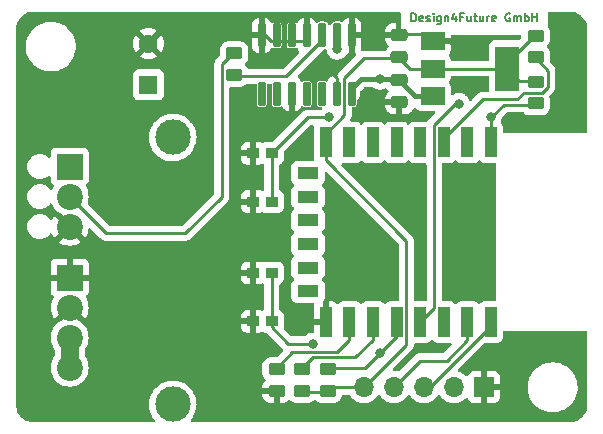
<source format=gtl>
%TF.GenerationSoftware,KiCad,Pcbnew,(6.0.1)*%
%TF.CreationDate,2022-11-28T18:30:33+03:00*%
%TF.ProjectId,WS2812Controller,57533238-3132-4436-9f6e-74726f6c6c65,0.6*%
%TF.SameCoordinates,PX81390e0PY53ec600*%
%TF.FileFunction,Copper,L1,Top*%
%TF.FilePolarity,Positive*%
%FSLAX46Y46*%
G04 Gerber Fmt 4.6, Leading zero omitted, Abs format (unit mm)*
G04 Created by KiCad (PCBNEW (6.0.1)) date 2022-11-28 18:30:33*
%MOMM*%
%LPD*%
G01*
G04 APERTURE LIST*
G04 Aperture macros list*
%AMRoundRect*
0 Rectangle with rounded corners*
0 $1 Rounding radius*
0 $2 $3 $4 $5 $6 $7 $8 $9 X,Y pos of 4 corners*
0 Add a 4 corners polygon primitive as box body*
4,1,4,$2,$3,$4,$5,$6,$7,$8,$9,$2,$3,0*
0 Add four circle primitives for the rounded corners*
1,1,$1+$1,$2,$3*
1,1,$1+$1,$4,$5*
1,1,$1+$1,$6,$7*
1,1,$1+$1,$8,$9*
0 Add four rect primitives between the rounded corners*
20,1,$1+$1,$2,$3,$4,$5,0*
20,1,$1+$1,$4,$5,$6,$7,0*
20,1,$1+$1,$6,$7,$8,$9,0*
20,1,$1+$1,$8,$9,$2,$3,0*%
G04 Aperture macros list end*
%ADD10C,0.150000*%
%TA.AperFunction,NonConductor*%
%ADD11C,0.150000*%
%TD*%
%TA.AperFunction,SMDPad,CuDef*%
%ADD12R,2.000000X1.500000*%
%TD*%
%TA.AperFunction,SMDPad,CuDef*%
%ADD13R,2.000000X3.800000*%
%TD*%
%TA.AperFunction,ComponentPad*%
%ADD14R,2.200000X2.200000*%
%TD*%
%TA.AperFunction,ComponentPad*%
%ADD15C,2.200000*%
%TD*%
%TA.AperFunction,SMDPad,CuDef*%
%ADD16R,1.000000X2.500000*%
%TD*%
%TA.AperFunction,SMDPad,CuDef*%
%ADD17R,1.800000X1.000000*%
%TD*%
%TA.AperFunction,ComponentPad*%
%ADD18R,1.700000X1.700000*%
%TD*%
%TA.AperFunction,ComponentPad*%
%ADD19O,1.700000X1.700000*%
%TD*%
%TA.AperFunction,SMDPad,CuDef*%
%ADD20RoundRect,0.250000X0.450000X-0.262500X0.450000X0.262500X-0.450000X0.262500X-0.450000X-0.262500X0*%
%TD*%
%TA.AperFunction,SMDPad,CuDef*%
%ADD21RoundRect,0.250000X-0.450000X0.262500X-0.450000X-0.262500X0.450000X-0.262500X0.450000X0.262500X0*%
%TD*%
%TA.AperFunction,ComponentPad*%
%ADD22C,3.000000*%
%TD*%
%TA.AperFunction,SMDPad,CuDef*%
%ADD23RoundRect,0.250000X-0.475000X0.250000X-0.475000X-0.250000X0.475000X-0.250000X0.475000X0.250000X0*%
%TD*%
%TA.AperFunction,SMDPad,CuDef*%
%ADD24R,1.000000X0.900000*%
%TD*%
%TA.AperFunction,SMDPad,CuDef*%
%ADD25RoundRect,0.090000X-0.210000X0.895000X-0.210000X-0.895000X0.210000X-0.895000X0.210000X0.895000X0*%
%TD*%
%TA.AperFunction,SMDPad,CuDef*%
%ADD26RoundRect,0.250000X0.475000X-0.250000X0.475000X0.250000X-0.475000X0.250000X-0.475000X-0.250000X0*%
%TD*%
%TA.AperFunction,ComponentPad*%
%ADD27R,1.600000X1.600000*%
%TD*%
%TA.AperFunction,ComponentPad*%
%ADD28C,1.600000*%
%TD*%
%TA.AperFunction,ViaPad*%
%ADD29C,0.800000*%
%TD*%
%TA.AperFunction,ViaPad*%
%ADD30C,0.550000*%
%TD*%
%TA.AperFunction,Conductor*%
%ADD31C,0.400000*%
%TD*%
%TA.AperFunction,Conductor*%
%ADD32C,0.250000*%
%TD*%
%TA.AperFunction,Conductor*%
%ADD33C,1.500000*%
%TD*%
G04 APERTURE END LIST*
D10*
D11*
X9263333Y16363334D02*
X9263333Y17063334D01*
X9430000Y17063334D01*
X9530000Y17030000D01*
X9596666Y16963334D01*
X9630000Y16896667D01*
X9663333Y16763334D01*
X9663333Y16663334D01*
X9630000Y16530000D01*
X9596666Y16463334D01*
X9530000Y16396667D01*
X9430000Y16363334D01*
X9263333Y16363334D01*
X10230000Y16396667D02*
X10163333Y16363334D01*
X10030000Y16363334D01*
X9963333Y16396667D01*
X9930000Y16463334D01*
X9930000Y16730000D01*
X9963333Y16796667D01*
X10030000Y16830000D01*
X10163333Y16830000D01*
X10230000Y16796667D01*
X10263333Y16730000D01*
X10263333Y16663334D01*
X9930000Y16596667D01*
X10530000Y16396667D02*
X10596666Y16363334D01*
X10730000Y16363334D01*
X10796666Y16396667D01*
X10830000Y16463334D01*
X10830000Y16496667D01*
X10796666Y16563334D01*
X10730000Y16596667D01*
X10630000Y16596667D01*
X10563333Y16630000D01*
X10530000Y16696667D01*
X10530000Y16730000D01*
X10563333Y16796667D01*
X10630000Y16830000D01*
X10730000Y16830000D01*
X10796666Y16796667D01*
X11130000Y16363334D02*
X11130000Y16830000D01*
X11130000Y17063334D02*
X11096666Y17030000D01*
X11130000Y16996667D01*
X11163333Y17030000D01*
X11130000Y17063334D01*
X11130000Y16996667D01*
X11763333Y16830000D02*
X11763333Y16263334D01*
X11730000Y16196667D01*
X11696666Y16163334D01*
X11630000Y16130000D01*
X11530000Y16130000D01*
X11463333Y16163334D01*
X11763333Y16396667D02*
X11696666Y16363334D01*
X11563333Y16363334D01*
X11496666Y16396667D01*
X11463333Y16430000D01*
X11430000Y16496667D01*
X11430000Y16696667D01*
X11463333Y16763334D01*
X11496666Y16796667D01*
X11563333Y16830000D01*
X11696666Y16830000D01*
X11763333Y16796667D01*
X12096666Y16830000D02*
X12096666Y16363334D01*
X12096666Y16763334D02*
X12130000Y16796667D01*
X12196666Y16830000D01*
X12296666Y16830000D01*
X12363333Y16796667D01*
X12396666Y16730000D01*
X12396666Y16363334D01*
X13030000Y16830000D02*
X13030000Y16363334D01*
X12863333Y17096667D02*
X12696666Y16596667D01*
X13130000Y16596667D01*
X13630000Y16730000D02*
X13396666Y16730000D01*
X13396666Y16363334D02*
X13396666Y17063334D01*
X13730000Y17063334D01*
X14296666Y16830000D02*
X14296666Y16363334D01*
X13996666Y16830000D02*
X13996666Y16463334D01*
X14030000Y16396667D01*
X14096666Y16363334D01*
X14196666Y16363334D01*
X14263333Y16396667D01*
X14296666Y16430000D01*
X14530000Y16830000D02*
X14796666Y16830000D01*
X14630000Y17063334D02*
X14630000Y16463334D01*
X14663333Y16396667D01*
X14730000Y16363334D01*
X14796666Y16363334D01*
X15330000Y16830000D02*
X15330000Y16363334D01*
X15030000Y16830000D02*
X15030000Y16463334D01*
X15063333Y16396667D01*
X15130000Y16363334D01*
X15230000Y16363334D01*
X15296666Y16396667D01*
X15330000Y16430000D01*
X15663333Y16363334D02*
X15663333Y16830000D01*
X15663333Y16696667D02*
X15696666Y16763334D01*
X15730000Y16796667D01*
X15796666Y16830000D01*
X15863333Y16830000D01*
X16363333Y16396667D02*
X16296666Y16363334D01*
X16163333Y16363334D01*
X16096666Y16396667D01*
X16063333Y16463334D01*
X16063333Y16730000D01*
X16096666Y16796667D01*
X16163333Y16830000D01*
X16296666Y16830000D01*
X16363333Y16796667D01*
X16396666Y16730000D01*
X16396666Y16663334D01*
X16063333Y16596667D01*
X17596666Y17030000D02*
X17530000Y17063334D01*
X17430000Y17063334D01*
X17330000Y17030000D01*
X17263333Y16963334D01*
X17230000Y16896667D01*
X17196666Y16763334D01*
X17196666Y16663334D01*
X17230000Y16530000D01*
X17263333Y16463334D01*
X17330000Y16396667D01*
X17430000Y16363334D01*
X17496666Y16363334D01*
X17596666Y16396667D01*
X17630000Y16430000D01*
X17630000Y16663334D01*
X17496666Y16663334D01*
X17930000Y16363334D02*
X17930000Y16830000D01*
X17930000Y16763334D02*
X17963333Y16796667D01*
X18030000Y16830000D01*
X18130000Y16830000D01*
X18196666Y16796667D01*
X18230000Y16730000D01*
X18230000Y16363334D01*
X18230000Y16730000D02*
X18263333Y16796667D01*
X18330000Y16830000D01*
X18430000Y16830000D01*
X18496666Y16796667D01*
X18530000Y16730000D01*
X18530000Y16363334D01*
X18863333Y16363334D02*
X18863333Y17063334D01*
X18863333Y16796667D02*
X18930000Y16830000D01*
X19063333Y16830000D01*
X19130000Y16796667D01*
X19163333Y16763334D01*
X19196666Y16696667D01*
X19196666Y16496667D01*
X19163333Y16430000D01*
X19130000Y16396667D01*
X19063333Y16363334D01*
X18930000Y16363334D01*
X18863333Y16396667D01*
X19496666Y16363334D02*
X19496666Y17063334D01*
X19496666Y16730000D02*
X19896666Y16730000D01*
X19896666Y16363334D02*
X19896666Y17063334D01*
D12*
%TO.P,U1,1,GND*%
%TO.N,GND*%
X11060140Y14668960D03*
D13*
%TO.P,U1,2,VO*%
%TO.N,+3V3*%
X17360140Y12368960D03*
D12*
X11060140Y12368960D03*
%TO.P,U1,3,VI*%
%TO.N,+5V*%
X11060140Y10068960D03*
%TD*%
D14*
%TO.P,J3,1,Pin_1*%
%TO.N,+5V*%
X-19676000Y4078400D03*
D15*
%TO.P,J3,2,Pin_2*%
%TO.N,Net-(J3-Pad2)*%
X-19676000Y1538400D03*
%TO.P,J3,3,Pin_3*%
%TO.N,GND*%
X-19676000Y-1001600D03*
%TD*%
D14*
%TO.P,J1,1,Pin_1*%
%TO.N,GND*%
X-19676000Y-5319600D03*
D15*
%TO.P,J1,2,Pin_2*%
X-19676000Y-7859600D03*
%TO.P,J1,3,Pin_3*%
%TO.N,/SUPPLY*%
X-19676000Y-10399600D03*
%TO.P,J1,4,Pin_4*%
X-19676000Y-12939600D03*
%TD*%
D16*
%TO.P,U2,1,~{RST}*%
%TO.N,/RST*%
X16003260Y6122880D03*
%TO.P,U2,2,ADC*%
%TO.N,unconnected-(U2-Pad2)*%
X14003260Y6122880D03*
%TO.P,U2,3,EN*%
%TO.N,/EN*%
X12003260Y6122880D03*
%TO.P,U2,4,GPIO16*%
%TO.N,unconnected-(U2-Pad4)*%
X10003260Y6122880D03*
%TO.P,U2,5,GPIO14*%
%TO.N,unconnected-(U2-Pad5)*%
X8003260Y6122880D03*
%TO.P,U2,6,GPIO12*%
%TO.N,unconnected-(U2-Pad6)*%
X6003260Y6122880D03*
%TO.P,U2,7,GPIO13*%
%TO.N,unconnected-(U2-Pad7)*%
X4003260Y6122880D03*
%TO.P,U2,8,VCC*%
%TO.N,+3V3*%
X2003260Y6122880D03*
D17*
%TO.P,U2,9,CS0*%
%TO.N,unconnected-(U2-Pad9)*%
X503260Y3522880D03*
%TO.P,U2,10,MISO*%
%TO.N,unconnected-(U2-Pad10)*%
X503260Y1522880D03*
%TO.P,U2,11,GPIO9*%
%TO.N,unconnected-(U2-Pad11)*%
X503260Y-477120D03*
%TO.P,U2,12,GPIO10*%
%TO.N,unconnected-(U2-Pad12)*%
X503260Y-2477120D03*
%TO.P,U2,13,MOSI*%
%TO.N,unconnected-(U2-Pad13)*%
X503260Y-4477120D03*
%TO.P,U2,14,SCLK*%
%TO.N,unconnected-(U2-Pad14)*%
X503260Y-6477120D03*
D16*
%TO.P,U2,15,GND*%
%TO.N,GND*%
X2003260Y-9077120D03*
%TO.P,U2,16,GPIO15*%
%TO.N,Net-(R2-Pad1)*%
X4003260Y-9077120D03*
%TO.P,U2,17,GPIO2*%
%TO.N,Net-(R4-Pad2)*%
X6003260Y-9077120D03*
%TO.P,U2,18,GPIO0*%
%TO.N,GPIO0*%
X8003260Y-9077120D03*
%TO.P,U2,19,GPIO4*%
%TO.N,GPIO4*%
X10003260Y-9077120D03*
%TO.P,U2,20,GPIO5*%
%TO.N,unconnected-(U2-Pad20)*%
X12003260Y-9077120D03*
%TO.P,U2,21,GPIO3/RXD*%
%TO.N,RX*%
X14003260Y-9077120D03*
%TO.P,U2,22,GPIO1/TXD*%
%TO.N,TX*%
X16003260Y-9077120D03*
%TD*%
D18*
%TO.P,J2,1,Pin_1*%
%TO.N,GND*%
X15396320Y-14586460D03*
D19*
%TO.P,J2,2,Pin_2*%
%TO.N,GPIO0*%
X12856320Y-14586460D03*
%TO.P,J2,3,Pin_3*%
%TO.N,TX*%
X10316320Y-14586460D03*
%TO.P,J2,4,Pin_4*%
%TO.N,RX*%
X7776320Y-14586460D03*
%TO.P,J2,5,Pin_5*%
%TO.N,+3V3*%
X5236320Y-14586460D03*
%TD*%
D20*
%TO.P,R5,1*%
%TO.N,+3V3*%
X2168000Y-14918900D03*
%TO.P,R5,2*%
%TO.N,GPIO0*%
X2168000Y-13093900D03*
%TD*%
D21*
%TO.P,R1,1*%
%TO.N,+3V3*%
X19772740Y15168680D03*
%TO.P,R1,2*%
%TO.N,/EN*%
X19772740Y13343680D03*
%TD*%
%TO.P,R6,1*%
%TO.N,Net-(J3-Pad2)*%
X-5756800Y13677700D03*
%TO.P,R6,2*%
%TO.N,DATA*%
X-5756800Y11852700D03*
%TD*%
%TO.P,R2,1*%
%TO.N,Net-(R2-Pad1)*%
X-2160160Y-13093900D03*
%TO.P,R2,2*%
%TO.N,GND*%
X-2160160Y-14918900D03*
%TD*%
D22*
%TO.P,F1,1*%
%TO.N,+5V*%
X-10950000Y6542000D03*
%TO.P,F1,2*%
%TO.N,/SUPPLY*%
X-10950000Y-16058000D03*
%TD*%
D23*
%TO.P,C1,1*%
%TO.N,+5V*%
X8241140Y11413960D03*
%TO.P,C1,2*%
%TO.N,GND*%
X8241140Y9513960D03*
%TD*%
D21*
%TO.P,R3,1*%
%TO.N,+3V3*%
X19775280Y11252000D03*
%TO.P,R3,2*%
%TO.N,/RST*%
X19775280Y9427000D03*
%TD*%
D24*
%TO.P,SW1,1,1*%
%TO.N,GND*%
X-4159040Y5211460D03*
X-4159040Y1111460D03*
%TO.P,SW1,2,2*%
%TO.N,/RST*%
X-2559040Y1111460D03*
X-2559040Y5211460D03*
%TD*%
D20*
%TO.P,R4,1*%
%TO.N,+3V3*%
X3920Y-14918900D03*
%TO.P,R4,2*%
%TO.N,Net-(R4-Pad2)*%
X3920Y-13093900D03*
%TD*%
D25*
%TO.P,U3,1,1~{OE}*%
%TO.N,GND*%
X4210000Y15189400D03*
%TO.P,U3,2,1A*%
%TO.N,GPIO4*%
X2940000Y15189400D03*
%TO.P,U3,3,1Y*%
%TO.N,DATA*%
X1670000Y15189400D03*
%TO.P,U3,4,2~{OE}*%
%TO.N,GND*%
X400000Y15189400D03*
%TO.P,U3,5,2A*%
%TO.N,unconnected-(U3-Pad5)*%
X-870000Y15189400D03*
%TO.P,U3,6,2Y*%
%TO.N,unconnected-(U3-Pad6)*%
X-2140000Y15189400D03*
%TO.P,U3,7,GND*%
%TO.N,GND*%
X-3410000Y15189400D03*
%TO.P,U3,8,3Y*%
%TO.N,unconnected-(U3-Pad8)*%
X-3410000Y10239400D03*
%TO.P,U3,9,3A*%
%TO.N,unconnected-(U3-Pad9)*%
X-2140000Y10239400D03*
%TO.P,U3,10,3~{OE}*%
%TO.N,GND*%
X-870000Y10239400D03*
%TO.P,U3,11,4Y*%
%TO.N,unconnected-(U3-Pad11)*%
X400000Y10239400D03*
%TO.P,U3,12,4A*%
%TO.N,unconnected-(U3-Pad12)*%
X1670000Y10239400D03*
%TO.P,U3,13,4~{OE}*%
%TO.N,GND*%
X2940000Y10239400D03*
%TO.P,U3,14,VCC*%
%TO.N,+5V*%
X4210000Y10239400D03*
%TD*%
D24*
%TO.P,SW2,1,1*%
%TO.N,GPIO0*%
X-2561580Y-9018060D03*
X-2561580Y-4918060D03*
%TO.P,SW2,2,2*%
%TO.N,GND*%
X-4161580Y-9018060D03*
X-4161580Y-4918060D03*
%TD*%
D26*
%TO.P,C2,1*%
%TO.N,+3V3*%
X8241140Y13323960D03*
%TO.P,C2,2*%
%TO.N,GND*%
X8241140Y15223960D03*
%TD*%
D27*
%TO.P,C3,1*%
%TO.N,+5V*%
X-13020000Y10997349D03*
D28*
%TO.P,C3,2*%
%TO.N,GND*%
X-13020000Y14497349D03*
%TD*%
D29*
%TO.N,+5V*%
X6587600Y11495200D03*
D30*
%TO.N,GND*%
X14550000Y10960000D03*
D29*
X1914000Y12612800D03*
D30*
X13860000Y-5350000D03*
X13720000Y2330000D03*
X22660000Y8670000D03*
X11390000Y-11210000D03*
X22980000Y15550000D03*
X6080000Y3270000D03*
D29*
X6435200Y9412400D03*
D30*
X9310000Y-990000D03*
D29*
%TO.N,GPIO0*%
X6587600Y-11720400D03*
X898000Y-10906380D03*
X6587600Y-11720400D03*
%TO.N,/RST*%
X15985600Y8244000D03*
X2269600Y8244000D03*
%TO.N,GPIO4*%
X2980800Y14035200D03*
X13293200Y9412400D03*
%TD*%
D31*
%TO.N,+5V*%
X4955200Y11495200D02*
X6587600Y11495200D01*
X8241140Y11413960D02*
X9586140Y10068960D01*
X8159900Y11495200D02*
X8241140Y11413960D01*
X4210000Y10750000D02*
X4955200Y11495200D01*
X9586140Y10068960D02*
X11060140Y10068960D01*
X6587600Y11495200D02*
X8159900Y11495200D01*
X4210000Y10239400D02*
X4210000Y10750000D01*
D32*
%TO.N,GND*%
X422000Y14764400D02*
X346999Y14689399D01*
X-2628001Y14689399D02*
X-3388000Y15449398D01*
X346999Y14689399D02*
X-2628001Y14689399D01*
X-848000Y9664400D02*
X-848000Y8664400D01*
X10430140Y15298960D02*
X11060140Y14668960D01*
X422000Y15764400D02*
X422000Y14764400D01*
X8241140Y15298960D02*
X10430140Y15298960D01*
X2962000Y11564800D02*
X1914000Y12612800D01*
X-848000Y8664400D02*
X-2450940Y7061460D01*
X-2450940Y7061460D02*
X-3359040Y7061460D01*
X-3388000Y15449398D02*
X-3388000Y15764400D01*
X2962000Y9664400D02*
X2962000Y11564800D01*
%TO.N,+3V3*%
X3556999Y8426619D02*
X3556999Y11586999D01*
X17360140Y12868580D02*
X17360140Y12368960D01*
X18364600Y11364500D02*
X17360140Y12368960D01*
X5236320Y-14586460D02*
X2612940Y-14586460D01*
X2003260Y4622880D02*
X2003260Y6122880D01*
X2003260Y6122880D02*
X2003260Y6872880D01*
X5236320Y-14586460D02*
X8828261Y-10994519D01*
X5218960Y13248960D02*
X8241140Y13248960D01*
X9121140Y12368960D02*
X11060140Y12368960D01*
X2612940Y-14586460D02*
X2168000Y-15031400D01*
X2003260Y6872880D02*
X3556999Y8426619D01*
X17360140Y12368960D02*
X11060140Y12368960D01*
X8828261Y-10994519D02*
X8828261Y-2202121D01*
X8828261Y-2202121D02*
X2003260Y4622880D01*
X19775280Y11364500D02*
X18364600Y11364500D01*
X2168000Y-15031400D02*
X3920Y-15031400D01*
X3556999Y11586999D02*
X5218960Y13248960D01*
X19772740Y15281180D02*
X17360140Y12868580D01*
X8241140Y13248960D02*
X9121140Y12368960D01*
%TO.N,Net-(R2-Pad1)*%
X2949000Y-11631380D02*
X-810140Y-11631380D01*
X-810140Y-11631380D02*
X-2160160Y-12981400D01*
X4003260Y-10577120D02*
X2949000Y-11631380D01*
X4003260Y-9077120D02*
X4003260Y-10577120D01*
%TO.N,GPIO0*%
X898000Y-10906380D02*
X-1193620Y-10906380D01*
X5326600Y-12981400D02*
X6587600Y-11720400D01*
X-2561580Y-9018060D02*
X-2561580Y-4918060D01*
X6587600Y-11720400D02*
X8003260Y-10304740D01*
X-1193620Y-10906380D02*
X-2561580Y-9538420D01*
X-2561580Y-9538420D02*
X-2561580Y-9018060D01*
X2168000Y-12981400D02*
X5326600Y-12981400D01*
X8003260Y-10304740D02*
X8003260Y-9077120D01*
%TO.N,/EN*%
X20800290Y10801320D02*
X20325770Y10326800D01*
X12003260Y6457882D02*
X12003260Y6122880D01*
X18240692Y9764510D02*
X15309888Y9764510D01*
X15309888Y9764510D02*
X12003260Y6457882D01*
X19772740Y13231180D02*
X20800290Y12203630D01*
X20800290Y12203630D02*
X20800290Y10801320D01*
X18802982Y10326800D02*
X18240692Y9764510D01*
X20325770Y10326800D02*
X18802982Y10326800D01*
%TO.N,/RST*%
X473500Y8244000D02*
X-2559040Y5211460D01*
X-2559040Y1111460D02*
X-2559040Y5211460D01*
X2269600Y8244000D02*
X473500Y8244000D01*
X17056100Y9314500D02*
X15985600Y8244000D01*
X15985600Y6140540D02*
X16003260Y6122880D01*
X19775280Y9314500D02*
X17056100Y9314500D01*
X15985600Y8244000D02*
X15985600Y6140540D01*
%TO.N,Net-(R4-Pad2)*%
X6003260Y-10577120D02*
X4498990Y-12081390D01*
X903930Y-12081390D02*
X3920Y-12981400D01*
X4498990Y-12081390D02*
X903930Y-12081390D01*
X6003260Y-9077120D02*
X6003260Y-10577120D01*
%TO.N,TX*%
X10828922Y-14586460D02*
X10316320Y-14586460D01*
X16003260Y-9077120D02*
X16003260Y-9412122D01*
X16003260Y-9412122D02*
X10828922Y-14586460D01*
%TO.N,RX*%
X7776320Y-14586460D02*
X10022590Y-12340190D01*
X14003260Y-10577120D02*
X12240190Y-12340190D01*
X14003260Y-9077120D02*
X14003260Y-10577120D01*
X10022590Y-12340190D02*
X12240190Y-12340190D01*
%TO.N,Net-(J3-Pad2)*%
X-19676000Y1538400D02*
X-16577200Y-1560400D01*
X-6781810Y1529390D02*
X-9871600Y-1560400D01*
X-6781810Y12765190D02*
X-6781810Y1529390D01*
X-9871600Y-1560400D02*
X-16577200Y-1560400D01*
X-5756800Y13790200D02*
X-6781810Y12765190D01*
%TO.N,GPIO4*%
X12957778Y9412400D02*
X13293200Y9412400D01*
X11178259Y7632881D02*
X12957778Y9412400D01*
X2980800Y14035200D02*
X2980800Y15745600D01*
X11178259Y-7902121D02*
X11178259Y7632881D01*
X2980800Y15745600D02*
X2962000Y15764400D01*
X10003260Y-9077120D02*
X11178259Y-7902121D01*
D33*
%TO.N,/SUPPLY*%
X-19676000Y-10399600D02*
X-19676000Y-12939600D01*
D32*
%TO.N,DATA*%
X1692000Y14764400D02*
X-1332200Y11740200D01*
X-1332200Y11740200D02*
X-5756800Y11740200D01*
X1692000Y15764400D02*
X1692000Y14764400D01*
%TD*%
%TA.AperFunction,Conductor*%
%TO.N,GND*%
G36*
X8305788Y17174958D02*
G01*
X8352281Y17121302D01*
X8363667Y17068960D01*
X8363667Y15233500D01*
X8377214Y15233500D01*
X8390450Y15230621D01*
X8389759Y15227446D01*
X8437261Y15213498D01*
X8483754Y15159842D01*
X8495140Y15107500D01*
X8495140Y15095960D01*
X8475138Y15027839D01*
X8421482Y14981346D01*
X8369140Y14969960D01*
X7026256Y14969960D01*
X7011017Y14965485D01*
X7009812Y14964095D01*
X7008141Y14956412D01*
X7008141Y14926865D01*
X7008478Y14920346D01*
X7018397Y14824754D01*
X7021289Y14811360D01*
X7072728Y14657176D01*
X7078901Y14643998D01*
X7164203Y14506153D01*
X7173239Y14494752D01*
X7287968Y14380222D01*
X7296902Y14373166D01*
X7337963Y14315248D01*
X7341193Y14244325D01*
X7305566Y14182914D01*
X7297733Y14176114D01*
X7291792Y14172438D01*
X7166835Y14047263D01*
X7162995Y14041033D01*
X7162994Y14041032D01*
X7102162Y13942344D01*
X7049390Y13894851D01*
X6994902Y13882460D01*
X5297727Y13882460D01*
X5286544Y13882987D01*
X5279051Y13884662D01*
X5271125Y13884413D01*
X5271124Y13884413D01*
X5210961Y13882522D01*
X5207003Y13882460D01*
X5179104Y13882460D01*
X5175114Y13881956D01*
X5163280Y13881024D01*
X5119071Y13879634D01*
X5111457Y13877422D01*
X5103629Y13876182D01*
X5103179Y13879025D01*
X5045833Y13879201D01*
X4986225Y13917768D01*
X4956930Y13982439D01*
X4965293Y14048207D01*
X4999449Y14130665D01*
X5003686Y14146479D01*
X5017462Y14251119D01*
X5018000Y14259328D01*
X5018000Y14917285D01*
X5013525Y14932524D01*
X5012135Y14933729D01*
X5004452Y14935400D01*
X4482115Y14935400D01*
X4466876Y14930925D01*
X4465671Y14929535D01*
X4464000Y14921852D01*
X4464000Y13715148D01*
X4468044Y13701377D01*
X4488309Y13698340D01*
X4552714Y13668464D01*
X4590742Y13608510D01*
X4590320Y13537515D01*
X4558732Y13484636D01*
X3859342Y12785247D01*
X3164746Y12090651D01*
X3156460Y12083111D01*
X3149981Y12078999D01*
X3144556Y12073222D01*
X3103356Y12029348D01*
X3100601Y12026506D01*
X3080864Y12006769D01*
X3078384Y12003572D01*
X3070681Y11994552D01*
X3040413Y11962320D01*
X3036594Y11955374D01*
X3036592Y11955371D01*
X3030651Y11944565D01*
X3019800Y11928046D01*
X3007385Y11912040D01*
X3004240Y11904771D01*
X3004237Y11904767D01*
X2989825Y11871462D01*
X2984608Y11860812D01*
X2963304Y11822059D01*
X2961331Y11814374D01*
X2960398Y11812018D01*
X2916724Y11756044D01*
X2843245Y11732400D01*
X2694928Y11732400D01*
X2686719Y11731862D01*
X2582079Y11718086D01*
X2566262Y11713848D01*
X2436050Y11659912D01*
X2421869Y11651725D01*
X2310047Y11565922D01*
X2298478Y11554353D01*
X2212675Y11442531D01*
X2204488Y11428350D01*
X2171867Y11349596D01*
X2127319Y11294315D01*
X2059956Y11271894D01*
X1985456Y11293049D01*
X1982114Y11295282D01*
X1954329Y11313847D01*
X1942160Y11316268D01*
X1942159Y11316268D01*
X1904830Y11323693D01*
X1898762Y11324900D01*
X1441238Y11324900D01*
X1435170Y11323693D01*
X1397841Y11316268D01*
X1397840Y11316268D01*
X1385671Y11313847D01*
X1322657Y11271743D01*
X1280553Y11208729D01*
X1269500Y11153162D01*
X1269500Y9325638D01*
X1280553Y9270071D01*
X1322657Y9207057D01*
X1385671Y9164953D01*
X1397840Y9162532D01*
X1397841Y9162532D01*
X1435170Y9155107D01*
X1441238Y9153900D01*
X1588550Y9153900D01*
X1656671Y9133898D01*
X1703164Y9080242D01*
X1713268Y9009968D01*
X1683774Y8945388D01*
X1668451Y8931324D01*
X1668595Y8931165D01*
X1663686Y8926745D01*
X1658347Y8922866D01*
X1653932Y8917963D01*
X1649020Y8913540D01*
X1647895Y8914789D01*
X1594586Y8881949D01*
X1561400Y8877500D01*
X552267Y8877500D01*
X541084Y8878027D01*
X533591Y8879702D01*
X525665Y8879453D01*
X525664Y8879453D01*
X465514Y8877562D01*
X461555Y8877500D01*
X433644Y8877500D01*
X429710Y8877003D01*
X429709Y8877003D01*
X429644Y8876995D01*
X417807Y8876062D01*
X385990Y8875062D01*
X381529Y8874922D01*
X373610Y8874673D01*
X355954Y8869544D01*
X354158Y8869022D01*
X334806Y8865014D01*
X327735Y8864120D01*
X314703Y8862474D01*
X307334Y8859557D01*
X307332Y8859556D01*
X273597Y8846200D01*
X262369Y8842355D01*
X219907Y8830018D01*
X213085Y8825984D01*
X213079Y8825981D01*
X202468Y8819706D01*
X184718Y8811010D01*
X173256Y8806472D01*
X173251Y8806469D01*
X165883Y8803552D01*
X159468Y8798891D01*
X130125Y8777573D01*
X120207Y8771057D01*
X109572Y8764767D01*
X82137Y8748542D01*
X67813Y8734218D01*
X52781Y8721379D01*
X36393Y8709472D01*
X12839Y8681000D01*
X8212Y8675407D01*
X222Y8666627D01*
X-2459540Y6206865D01*
X-2521852Y6172839D01*
X-2548635Y6169960D01*
X-3107174Y6169960D01*
X-3169356Y6163205D01*
X-3188023Y6156207D01*
X-3297341Y6115226D01*
X-3297344Y6115224D01*
X-3305745Y6112075D01*
X-3306004Y6112767D01*
X-3368414Y6099117D01*
X-3412425Y6112040D01*
X-3412578Y6111632D01*
X-3418152Y6113722D01*
X-3420074Y6114286D01*
X-3420979Y6114781D01*
X-3541434Y6159938D01*
X-3556689Y6163565D01*
X-3607554Y6169091D01*
X-3614368Y6169460D01*
X-3886925Y6169460D01*
X-3902164Y6164985D01*
X-3903369Y6163595D01*
X-3905040Y6155912D01*
X-3905040Y4271576D01*
X-3900565Y4256337D01*
X-3899175Y4255132D01*
X-3891492Y4253461D01*
X-3614371Y4253461D01*
X-3607550Y4253831D01*
X-3556688Y4259355D01*
X-3541436Y4262981D01*
X-3420979Y4308139D01*
X-3420074Y4308634D01*
X-3419074Y4308853D01*
X-3412578Y4311288D01*
X-3412226Y4310350D01*
X-3350717Y4323803D01*
X-3305827Y4310622D01*
X-3305744Y4310844D01*
X-3302711Y4309707D01*
X-3302704Y4309705D01*
X-3297339Y4307694D01*
X-3297336Y4307692D01*
X-3274309Y4299059D01*
X-3217545Y4256417D01*
X-3192846Y4189855D01*
X-3192540Y4181078D01*
X-3192540Y2141842D01*
X-3212542Y2073721D01*
X-3266198Y2027228D01*
X-3274309Y2023861D01*
X-3297336Y2015228D01*
X-3297339Y2015226D01*
X-3300955Y2013871D01*
X-3300958Y2013870D01*
X-3305744Y2012076D01*
X-3306003Y2012767D01*
X-3368414Y1999117D01*
X-3412425Y2012040D01*
X-3412578Y2011632D01*
X-3418152Y2013722D01*
X-3420074Y2014286D01*
X-3420979Y2014781D01*
X-3541434Y2059938D01*
X-3556689Y2063565D01*
X-3607554Y2069091D01*
X-3614368Y2069460D01*
X-3886925Y2069460D01*
X-3902164Y2064985D01*
X-3903369Y2063595D01*
X-3905040Y2055912D01*
X-3905040Y171576D01*
X-3900565Y156337D01*
X-3899175Y155132D01*
X-3891492Y153461D01*
X-3614371Y153461D01*
X-3607550Y153831D01*
X-3556688Y159355D01*
X-3541436Y162981D01*
X-3420979Y208139D01*
X-3420074Y208634D01*
X-3419074Y208853D01*
X-3412578Y211288D01*
X-3412226Y210350D01*
X-3350717Y223803D01*
X-3305828Y210622D01*
X-3305745Y210845D01*
X-3302703Y209704D01*
X-3302696Y209702D01*
X-3297344Y207696D01*
X-3297341Y207694D01*
X-3216626Y177436D01*
X-3169356Y159715D01*
X-3107174Y152960D01*
X-2010906Y152960D01*
X-1948724Y159715D01*
X-1812335Y210845D01*
X-1695779Y298199D01*
X-1608425Y414755D01*
X-1557295Y551144D01*
X-1550540Y613326D01*
X-1550540Y1609594D01*
X-1557295Y1671776D01*
X-1608425Y1808165D01*
X-1695779Y1924721D01*
X-1812335Y2012075D01*
X-1820744Y2015228D01*
X-1820747Y2015229D01*
X-1843771Y2023861D01*
X-1900535Y2066503D01*
X-1925234Y2133065D01*
X-1925540Y2141842D01*
X-1925540Y4181078D01*
X-1905538Y4249199D01*
X-1851882Y4295692D01*
X-1843771Y4299059D01*
X-1820747Y4307691D01*
X-1820744Y4307692D01*
X-1812335Y4310845D01*
X-1695779Y4398199D01*
X-1608425Y4514755D01*
X-1557295Y4651144D01*
X-1550540Y4713326D01*
X-1550540Y5271866D01*
X-1530538Y5339987D01*
X-1513635Y5360961D01*
X698999Y7573595D01*
X761311Y7607621D01*
X788094Y7610500D01*
X874915Y7610500D01*
X943036Y7590498D01*
X989529Y7536842D01*
X1000178Y7470893D01*
X994760Y7421014D01*
X994760Y4824746D01*
X1001515Y4762564D01*
X1011055Y4737117D01*
X1024366Y4701610D01*
X1029549Y4630803D01*
X995629Y4568434D01*
X933373Y4534305D01*
X906384Y4531380D01*
X-444874Y4531380D01*
X-507056Y4524625D01*
X-643445Y4473495D01*
X-760001Y4386141D01*
X-847355Y4269585D01*
X-898485Y4133196D01*
X-905240Y4071014D01*
X-905240Y2974746D01*
X-898485Y2912564D01*
X-847355Y2776175D01*
X-760001Y2659619D01*
X-712080Y2623704D01*
X-669567Y2566847D01*
X-664541Y2496029D01*
X-698601Y2433735D01*
X-712070Y2422063D01*
X-760001Y2386141D01*
X-847355Y2269585D01*
X-898485Y2133196D01*
X-905240Y2071014D01*
X-905240Y974746D01*
X-898485Y912564D01*
X-847355Y776175D01*
X-760001Y659619D01*
X-712080Y623704D01*
X-669567Y566847D01*
X-664541Y496029D01*
X-698601Y433735D01*
X-712070Y422063D01*
X-760001Y386141D01*
X-847355Y269585D01*
X-898485Y133196D01*
X-905240Y71014D01*
X-905240Y-1025254D01*
X-898485Y-1087436D01*
X-847355Y-1223825D01*
X-760001Y-1340381D01*
X-712080Y-1376296D01*
X-669567Y-1433153D01*
X-664541Y-1503971D01*
X-698601Y-1566265D01*
X-712070Y-1577937D01*
X-760001Y-1613859D01*
X-847355Y-1730415D01*
X-898485Y-1866804D01*
X-905240Y-1928986D01*
X-905240Y-3025254D01*
X-898485Y-3087436D01*
X-847355Y-3223825D01*
X-760001Y-3340381D01*
X-712080Y-3376296D01*
X-669567Y-3433153D01*
X-664541Y-3503971D01*
X-698601Y-3566265D01*
X-712070Y-3577937D01*
X-760001Y-3613859D01*
X-847355Y-3730415D01*
X-898485Y-3866804D01*
X-905240Y-3928986D01*
X-905240Y-5025254D01*
X-898485Y-5087436D01*
X-847355Y-5223825D01*
X-760001Y-5340381D01*
X-712080Y-5376296D01*
X-669567Y-5433153D01*
X-664541Y-5503971D01*
X-698601Y-5566265D01*
X-712070Y-5577937D01*
X-760001Y-5613859D01*
X-847355Y-5730415D01*
X-898485Y-5866804D01*
X-905240Y-5928986D01*
X-905240Y-7025254D01*
X-898485Y-7087436D01*
X-847355Y-7223825D01*
X-760001Y-7340381D01*
X-643445Y-7427735D01*
X-507056Y-7478865D01*
X-444874Y-7485620D01*
X906918Y-7485620D01*
X975039Y-7505622D01*
X1021532Y-7559278D01*
X1031636Y-7629552D01*
X1024900Y-7655850D01*
X1004782Y-7709515D01*
X1001155Y-7724769D01*
X995629Y-7775634D01*
X995260Y-7782448D01*
X995260Y-8805005D01*
X999735Y-8820244D01*
X1001125Y-8821449D01*
X1008808Y-8823120D01*
X1731145Y-8823120D01*
X1746384Y-8818645D01*
X1747589Y-8817255D01*
X1749260Y-8809572D01*
X1749260Y-7405388D01*
X1769262Y-7337267D01*
X1774434Y-7329823D01*
X1826208Y-7260741D01*
X1853875Y-7223825D01*
X1905005Y-7087436D01*
X1911760Y-7025254D01*
X1911760Y-5928986D01*
X1905005Y-5866804D01*
X1853875Y-5730415D01*
X1766521Y-5613859D01*
X1718600Y-5577944D01*
X1676087Y-5521087D01*
X1671061Y-5450269D01*
X1705121Y-5387975D01*
X1718590Y-5376303D01*
X1766521Y-5340381D01*
X1853875Y-5223825D01*
X1905005Y-5087436D01*
X1911760Y-5025254D01*
X1911760Y-3928986D01*
X1905005Y-3866804D01*
X1853875Y-3730415D01*
X1766521Y-3613859D01*
X1718600Y-3577944D01*
X1676087Y-3521087D01*
X1671061Y-3450269D01*
X1705121Y-3387975D01*
X1718590Y-3376303D01*
X1766521Y-3340381D01*
X1853875Y-3223825D01*
X1905005Y-3087436D01*
X1911760Y-3025254D01*
X1911760Y-1928986D01*
X1905005Y-1866804D01*
X1853875Y-1730415D01*
X1766521Y-1613859D01*
X1718600Y-1577944D01*
X1676087Y-1521087D01*
X1671061Y-1450269D01*
X1705121Y-1387975D01*
X1718590Y-1376303D01*
X1766521Y-1340381D01*
X1853875Y-1223825D01*
X1905005Y-1087436D01*
X1911760Y-1025254D01*
X1911760Y71014D01*
X1905005Y133196D01*
X1853875Y269585D01*
X1766521Y386141D01*
X1718600Y422056D01*
X1676087Y478913D01*
X1671061Y549731D01*
X1705121Y612025D01*
X1718590Y623697D01*
X1766521Y659619D01*
X1853875Y776175D01*
X1905005Y912564D01*
X1911760Y974746D01*
X1911760Y2071014D01*
X1905005Y2133196D01*
X1853875Y2269585D01*
X1766521Y2386141D01*
X1718600Y2422056D01*
X1676087Y2478913D01*
X1671061Y2549731D01*
X1705121Y2612025D01*
X1718590Y2623697D01*
X1766521Y2659619D01*
X1853875Y2776175D01*
X1905005Y2912564D01*
X1911760Y2974746D01*
X1911760Y3514286D01*
X1931762Y3582407D01*
X1985418Y3628900D01*
X2055692Y3639004D01*
X2120272Y3609510D01*
X2126855Y3603381D01*
X5143970Y586265D01*
X8157856Y-2427621D01*
X8191882Y-2489933D01*
X8194761Y-2516716D01*
X8194761Y-7192620D01*
X8174759Y-7260741D01*
X8121103Y-7307234D01*
X8068761Y-7318620D01*
X7455126Y-7318620D01*
X7392944Y-7325375D01*
X7256555Y-7376505D01*
X7139999Y-7463859D01*
X7104084Y-7511780D01*
X7047227Y-7554293D01*
X6976409Y-7559319D01*
X6914115Y-7525259D01*
X6902443Y-7511790D01*
X6866521Y-7463859D01*
X6749965Y-7376505D01*
X6613576Y-7325375D01*
X6551394Y-7318620D01*
X5455126Y-7318620D01*
X5392944Y-7325375D01*
X5256555Y-7376505D01*
X5139999Y-7463859D01*
X5104084Y-7511780D01*
X5047227Y-7554293D01*
X4976409Y-7559319D01*
X4914115Y-7525259D01*
X4902443Y-7511790D01*
X4866521Y-7463859D01*
X4749965Y-7376505D01*
X4613576Y-7325375D01*
X4551394Y-7318620D01*
X3455126Y-7318620D01*
X3392944Y-7325375D01*
X3256555Y-7376505D01*
X3139999Y-7463859D01*
X3134618Y-7471039D01*
X3103774Y-7512194D01*
X3046915Y-7554709D01*
X2976096Y-7559735D01*
X2913803Y-7525675D01*
X2902122Y-7512195D01*
X2871543Y-7471394D01*
X2858984Y-7458835D01*
X2756909Y-7382334D01*
X2741314Y-7373796D01*
X2620866Y-7328642D01*
X2605611Y-7325015D01*
X2554746Y-7319489D01*
X2547932Y-7319120D01*
X2275375Y-7319120D01*
X2260136Y-7323595D01*
X2258931Y-7324985D01*
X2257260Y-7332668D01*
X2257260Y-9205120D01*
X2237258Y-9273241D01*
X2183602Y-9319734D01*
X2131260Y-9331120D01*
X1013376Y-9331120D01*
X998137Y-9335595D01*
X996932Y-9336985D01*
X995261Y-9344668D01*
X995261Y-9871880D01*
X975259Y-9940001D01*
X921603Y-9986494D01*
X869261Y-9997880D01*
X802513Y-9997880D01*
X796061Y-9999252D01*
X796056Y-9999252D01*
X709112Y-10017733D01*
X615712Y-10037586D01*
X609682Y-10040271D01*
X609681Y-10040271D01*
X447278Y-10112577D01*
X447276Y-10112578D01*
X441248Y-10115262D01*
X286747Y-10227514D01*
X282332Y-10232417D01*
X277420Y-10236840D01*
X276295Y-10235591D01*
X222986Y-10268431D01*
X189800Y-10272880D01*
X-879025Y-10272880D01*
X-947146Y-10252878D01*
X-968121Y-10235975D01*
X-1523604Y-9680491D01*
X-1557629Y-9618179D01*
X-1559771Y-9577789D01*
X-1553449Y-9519593D01*
X-1553449Y-9519589D01*
X-1553080Y-9516194D01*
X-1553080Y-8519926D01*
X-1559835Y-8457744D01*
X-1610965Y-8321355D01*
X-1698319Y-8204799D01*
X-1814875Y-8117445D01*
X-1823284Y-8114292D01*
X-1823287Y-8114291D01*
X-1846311Y-8105659D01*
X-1903075Y-8063017D01*
X-1927774Y-7996455D01*
X-1928080Y-7987678D01*
X-1928080Y-5948442D01*
X-1908078Y-5880321D01*
X-1854422Y-5833828D01*
X-1846311Y-5830461D01*
X-1823287Y-5821829D01*
X-1823284Y-5821828D01*
X-1814875Y-5818675D01*
X-1698319Y-5731321D01*
X-1610965Y-5614765D01*
X-1559835Y-5478376D01*
X-1553080Y-5416194D01*
X-1553080Y-4419926D01*
X-1559835Y-4357744D01*
X-1610965Y-4221355D01*
X-1698319Y-4104799D01*
X-1814875Y-4017445D01*
X-1951264Y-3966315D01*
X-2013446Y-3959560D01*
X-3109714Y-3959560D01*
X-3171896Y-3966315D01*
X-3191350Y-3973608D01*
X-3299881Y-4014294D01*
X-3299884Y-4014296D01*
X-3308285Y-4017445D01*
X-3308544Y-4016753D01*
X-3370954Y-4030403D01*
X-3414965Y-4017480D01*
X-3415118Y-4017888D01*
X-3420692Y-4015798D01*
X-3422614Y-4015234D01*
X-3423519Y-4014739D01*
X-3543974Y-3969582D01*
X-3559229Y-3965955D01*
X-3610094Y-3960429D01*
X-3616908Y-3960060D01*
X-3889465Y-3960060D01*
X-3904704Y-3964535D01*
X-3905909Y-3965925D01*
X-3907580Y-3973608D01*
X-3907580Y-5857944D01*
X-3903105Y-5873183D01*
X-3901715Y-5874388D01*
X-3894032Y-5876059D01*
X-3616911Y-5876059D01*
X-3610090Y-5875689D01*
X-3559228Y-5870165D01*
X-3543976Y-5866539D01*
X-3423519Y-5821381D01*
X-3422614Y-5820886D01*
X-3421614Y-5820667D01*
X-3415118Y-5818232D01*
X-3414766Y-5819170D01*
X-3353257Y-5805717D01*
X-3308367Y-5818898D01*
X-3308284Y-5818676D01*
X-3305251Y-5819813D01*
X-3305244Y-5819815D01*
X-3299879Y-5821826D01*
X-3299876Y-5821828D01*
X-3276849Y-5830461D01*
X-3220085Y-5873103D01*
X-3195386Y-5939665D01*
X-3195080Y-5948442D01*
X-3195080Y-7987678D01*
X-3215082Y-8055799D01*
X-3268738Y-8102292D01*
X-3276849Y-8105659D01*
X-3299876Y-8114292D01*
X-3299879Y-8114294D01*
X-3303495Y-8115649D01*
X-3303498Y-8115650D01*
X-3308284Y-8117444D01*
X-3308543Y-8116753D01*
X-3370954Y-8130403D01*
X-3414965Y-8117480D01*
X-3415118Y-8117888D01*
X-3420692Y-8115798D01*
X-3422614Y-8115234D01*
X-3423519Y-8114739D01*
X-3543974Y-8069582D01*
X-3559229Y-8065955D01*
X-3610094Y-8060429D01*
X-3616908Y-8060060D01*
X-3889465Y-8060060D01*
X-3904704Y-8064535D01*
X-3905909Y-8065925D01*
X-3907580Y-8073608D01*
X-3907580Y-9957944D01*
X-3903105Y-9973183D01*
X-3901715Y-9974388D01*
X-3894032Y-9976059D01*
X-3616911Y-9976059D01*
X-3610090Y-9975689D01*
X-3559228Y-9970165D01*
X-3543976Y-9966539D01*
X-3423519Y-9921381D01*
X-3422614Y-9920886D01*
X-3421614Y-9920667D01*
X-3415118Y-9918232D01*
X-3414766Y-9919170D01*
X-3353257Y-9905717D01*
X-3308368Y-9918898D01*
X-3308285Y-9918675D01*
X-3305243Y-9919816D01*
X-3305236Y-9919818D01*
X-3299884Y-9921824D01*
X-3299881Y-9921826D01*
X-3232606Y-9947046D01*
X-3171896Y-9969805D01*
X-3109714Y-9976560D01*
X-3071534Y-9976560D01*
X-3003413Y-9996562D01*
X-2982439Y-10013465D01*
X-1697277Y-11298627D01*
X-1689733Y-11306917D01*
X-1685620Y-11313398D01*
X-1679843Y-11318823D01*
X-1635953Y-11360038D01*
X-1633111Y-11362793D01*
X-1624380Y-11371524D01*
X-1590354Y-11433836D01*
X-1595419Y-11504651D01*
X-1624380Y-11549714D01*
X-2110661Y-12035995D01*
X-2172973Y-12070021D01*
X-2199756Y-12072900D01*
X-2660560Y-12072900D01*
X-2663806Y-12073237D01*
X-2663810Y-12073237D01*
X-2759468Y-12083162D01*
X-2759472Y-12083163D01*
X-2766326Y-12083874D01*
X-2772862Y-12086055D01*
X-2772864Y-12086055D01*
X-2904966Y-12130128D01*
X-2934106Y-12139850D01*
X-3084508Y-12232922D01*
X-3209465Y-12358097D01*
X-3302275Y-12508662D01*
X-3357957Y-12676539D01*
X-3358657Y-12683375D01*
X-3358658Y-12683378D01*
X-3359555Y-12692131D01*
X-3368660Y-12781000D01*
X-3368660Y-13406800D01*
X-3368323Y-13410046D01*
X-3368323Y-13410050D01*
X-3359155Y-13498406D01*
X-3357686Y-13512566D01*
X-3301710Y-13680346D01*
X-3208638Y-13830748D01*
X-3203456Y-13835921D01*
X-3121697Y-13917538D01*
X-3087618Y-13979821D01*
X-3092621Y-14050641D01*
X-3121542Y-14095729D01*
X-3203899Y-14178229D01*
X-3212911Y-14189640D01*
X-3297976Y-14327643D01*
X-3304123Y-14340824D01*
X-3355298Y-14495110D01*
X-3358165Y-14508486D01*
X-3367832Y-14602838D01*
X-3368160Y-14609255D01*
X-3368160Y-14646785D01*
X-3363685Y-14662024D01*
X-3362295Y-14663229D01*
X-3354612Y-14664900D01*
X-2032160Y-14664900D01*
X-1964039Y-14684902D01*
X-1917546Y-14738558D01*
X-1906160Y-14790900D01*
X-1906160Y-15921284D01*
X-1901685Y-15936523D01*
X-1900295Y-15937728D01*
X-1892612Y-15939399D01*
X-1663065Y-15939399D01*
X-1656546Y-15939062D01*
X-1560954Y-15929143D01*
X-1547560Y-15926251D01*
X-1393376Y-15874812D01*
X-1380198Y-15868639D01*
X-1242353Y-15783337D01*
X-1230952Y-15774301D01*
X-1167659Y-15710898D01*
X-1105376Y-15676819D01*
X-1034556Y-15681822D01*
X-989469Y-15710742D01*
X-945782Y-15754352D01*
X-919383Y-15780705D01*
X-913153Y-15784545D01*
X-913152Y-15784546D01*
X-775792Y-15869216D01*
X-768818Y-15873515D01*
X-702565Y-15895490D01*
X-607469Y-15927032D01*
X-607467Y-15927032D01*
X-600941Y-15929197D01*
X-594105Y-15929897D01*
X-594102Y-15929898D01*
X-551049Y-15934309D01*
X-496480Y-15939900D01*
X504320Y-15939900D01*
X507566Y-15939563D01*
X507570Y-15939563D01*
X603228Y-15929638D01*
X603232Y-15929637D01*
X610086Y-15928926D01*
X616622Y-15926745D01*
X616624Y-15926745D01*
X753000Y-15881246D01*
X777866Y-15872950D01*
X928268Y-15779878D01*
X996775Y-15711251D01*
X1059059Y-15677172D01*
X1129879Y-15682175D01*
X1174966Y-15711095D01*
X1244697Y-15780705D01*
X1250927Y-15784545D01*
X1250928Y-15784546D01*
X1388288Y-15869216D01*
X1395262Y-15873515D01*
X1461515Y-15895490D01*
X1556611Y-15927032D01*
X1556613Y-15927032D01*
X1563139Y-15929197D01*
X1569975Y-15929897D01*
X1569978Y-15929898D01*
X1613031Y-15934309D01*
X1667600Y-15939900D01*
X2668400Y-15939900D01*
X2671646Y-15939563D01*
X2671650Y-15939563D01*
X2767308Y-15929638D01*
X2767312Y-15929637D01*
X2774166Y-15928926D01*
X2780702Y-15926745D01*
X2780704Y-15926745D01*
X2917080Y-15881246D01*
X2941946Y-15872950D01*
X3092348Y-15779878D01*
X3217305Y-15654703D01*
X3233991Y-15627633D01*
X3306275Y-15510368D01*
X3306276Y-15510366D01*
X3310115Y-15504138D01*
X3365797Y-15336261D01*
X3366498Y-15329422D01*
X3367941Y-15322690D01*
X3370183Y-15323171D01*
X3392957Y-15267394D01*
X3451070Y-15226610D01*
X3491463Y-15219960D01*
X3960594Y-15219960D01*
X4028715Y-15239962D01*
X4068027Y-15280125D01*
X4136307Y-15391548D01*
X4282570Y-15560398D01*
X4454446Y-15703092D01*
X4647320Y-15815798D01*
X4652145Y-15817640D01*
X4652146Y-15817641D01*
X4711400Y-15840268D01*
X4856012Y-15895490D01*
X4861080Y-15896521D01*
X4861083Y-15896522D01*
X4968337Y-15918343D01*
X5074917Y-15940027D01*
X5080092Y-15940217D01*
X5080094Y-15940217D01*
X5292993Y-15948024D01*
X5292997Y-15948024D01*
X5298157Y-15948213D01*
X5303277Y-15947557D01*
X5303279Y-15947557D01*
X5514608Y-15920485D01*
X5514609Y-15920485D01*
X5519736Y-15919828D01*
X5524686Y-15918343D01*
X5728749Y-15857121D01*
X5728754Y-15857119D01*
X5733704Y-15855634D01*
X5934314Y-15757356D01*
X6116180Y-15627633D01*
X6274416Y-15469949D01*
X6404773Y-15288537D01*
X6406096Y-15289488D01*
X6452965Y-15246317D01*
X6522900Y-15234085D01*
X6588346Y-15261604D01*
X6616195Y-15293454D01*
X6676307Y-15391548D01*
X6822570Y-15560398D01*
X6994446Y-15703092D01*
X7187320Y-15815798D01*
X7192145Y-15817640D01*
X7192146Y-15817641D01*
X7251400Y-15840268D01*
X7396012Y-15895490D01*
X7401080Y-15896521D01*
X7401083Y-15896522D01*
X7508337Y-15918343D01*
X7614917Y-15940027D01*
X7620092Y-15940217D01*
X7620094Y-15940217D01*
X7832993Y-15948024D01*
X7832997Y-15948024D01*
X7838157Y-15948213D01*
X7843277Y-15947557D01*
X7843279Y-15947557D01*
X8054608Y-15920485D01*
X8054609Y-15920485D01*
X8059736Y-15919828D01*
X8064686Y-15918343D01*
X8268749Y-15857121D01*
X8268754Y-15857119D01*
X8273704Y-15855634D01*
X8474314Y-15757356D01*
X8656180Y-15627633D01*
X8814416Y-15469949D01*
X8944773Y-15288537D01*
X8946096Y-15289488D01*
X8992965Y-15246317D01*
X9062900Y-15234085D01*
X9128346Y-15261604D01*
X9156195Y-15293454D01*
X9216307Y-15391548D01*
X9362570Y-15560398D01*
X9534446Y-15703092D01*
X9727320Y-15815798D01*
X9732145Y-15817640D01*
X9732146Y-15817641D01*
X9791400Y-15840268D01*
X9936012Y-15895490D01*
X9941080Y-15896521D01*
X9941083Y-15896522D01*
X10048337Y-15918343D01*
X10154917Y-15940027D01*
X10160092Y-15940217D01*
X10160094Y-15940217D01*
X10372993Y-15948024D01*
X10372997Y-15948024D01*
X10378157Y-15948213D01*
X10383277Y-15947557D01*
X10383279Y-15947557D01*
X10594608Y-15920485D01*
X10594609Y-15920485D01*
X10599736Y-15919828D01*
X10604686Y-15918343D01*
X10808749Y-15857121D01*
X10808754Y-15857119D01*
X10813704Y-15855634D01*
X11014314Y-15757356D01*
X11196180Y-15627633D01*
X11354416Y-15469949D01*
X11484773Y-15288537D01*
X11486096Y-15289488D01*
X11532965Y-15246317D01*
X11602900Y-15234085D01*
X11668346Y-15261604D01*
X11696195Y-15293454D01*
X11756307Y-15391548D01*
X11902570Y-15560398D01*
X12074446Y-15703092D01*
X12267320Y-15815798D01*
X12272145Y-15817640D01*
X12272146Y-15817641D01*
X12331400Y-15840268D01*
X12476012Y-15895490D01*
X12481080Y-15896521D01*
X12481083Y-15896522D01*
X12588337Y-15918343D01*
X12694917Y-15940027D01*
X12700092Y-15940217D01*
X12700094Y-15940217D01*
X12912993Y-15948024D01*
X12912997Y-15948024D01*
X12918157Y-15948213D01*
X12923277Y-15947557D01*
X12923279Y-15947557D01*
X13134608Y-15920485D01*
X13134609Y-15920485D01*
X13139736Y-15919828D01*
X13144686Y-15918343D01*
X13348749Y-15857121D01*
X13348754Y-15857119D01*
X13353704Y-15855634D01*
X13554314Y-15757356D01*
X13736180Y-15627633D01*
X13792486Y-15571524D01*
X13844799Y-15519393D01*
X13907171Y-15485477D01*
X13977978Y-15490665D01*
X14034739Y-15533311D01*
X14051721Y-15564414D01*
X14092996Y-15674514D01*
X14101534Y-15690109D01*
X14178035Y-15792184D01*
X14190596Y-15804745D01*
X14292671Y-15881246D01*
X14308266Y-15889784D01*
X14428714Y-15934938D01*
X14443969Y-15938565D01*
X14494834Y-15944091D01*
X14501648Y-15944460D01*
X15124205Y-15944460D01*
X15139444Y-15939985D01*
X15140649Y-15938595D01*
X15142320Y-15930912D01*
X15142320Y-15926344D01*
X15650320Y-15926344D01*
X15654795Y-15941583D01*
X15656185Y-15942788D01*
X15663868Y-15944459D01*
X16290989Y-15944459D01*
X16297810Y-15944089D01*
X16348672Y-15938565D01*
X16363924Y-15934939D01*
X16484374Y-15889784D01*
X16499969Y-15881246D01*
X16602044Y-15804745D01*
X16614605Y-15792184D01*
X16691106Y-15690109D01*
X16699644Y-15674514D01*
X16744798Y-15554066D01*
X16748425Y-15538811D01*
X16753951Y-15487946D01*
X16754320Y-15481132D01*
X16754320Y-14858575D01*
X16749845Y-14843336D01*
X16748455Y-14842131D01*
X16740772Y-14840460D01*
X15668435Y-14840460D01*
X15653196Y-14844935D01*
X15651991Y-14846325D01*
X15650320Y-14854008D01*
X15650320Y-15926344D01*
X15142320Y-15926344D01*
X15142320Y-14748703D01*
X19108743Y-14748703D01*
X19146268Y-15033734D01*
X19222129Y-15311036D01*
X19223813Y-15314984D01*
X19330205Y-15564414D01*
X19334923Y-15575476D01*
X19388442Y-15664900D01*
X19479856Y-15817641D01*
X19482561Y-15822161D01*
X19662313Y-16046528D01*
X19870851Y-16244423D01*
X20104317Y-16412186D01*
X20108112Y-16414195D01*
X20108113Y-16414196D01*
X20129869Y-16425715D01*
X20358392Y-16546712D01*
X20628373Y-16645511D01*
X20909264Y-16706755D01*
X20937841Y-16709004D01*
X21132282Y-16724307D01*
X21132291Y-16724307D01*
X21134739Y-16724500D01*
X21290271Y-16724500D01*
X21292407Y-16724354D01*
X21292418Y-16724354D01*
X21500548Y-16710165D01*
X21500554Y-16710164D01*
X21504825Y-16709873D01*
X21509020Y-16709004D01*
X21509022Y-16709004D01*
X21689731Y-16671581D01*
X21786342Y-16651574D01*
X22057343Y-16555607D01*
X22312812Y-16423750D01*
X22316313Y-16421289D01*
X22316317Y-16421287D01*
X22468212Y-16314533D01*
X22548023Y-16258441D01*
X22715699Y-16102627D01*
X22755479Y-16065661D01*
X22755481Y-16065658D01*
X22758622Y-16062740D01*
X22940713Y-15840268D01*
X23090927Y-15595142D01*
X23124179Y-15519393D01*
X23204757Y-15335830D01*
X23206483Y-15331898D01*
X23224858Y-15267394D01*
X23284068Y-15059534D01*
X23285244Y-15055406D01*
X23323313Y-14787916D01*
X23325146Y-14775036D01*
X23325146Y-14775034D01*
X23325751Y-14770784D01*
X23325845Y-14752951D01*
X23327235Y-14487583D01*
X23327235Y-14487576D01*
X23327257Y-14483297D01*
X23316642Y-14402664D01*
X23299985Y-14276145D01*
X23289732Y-14198266D01*
X23279436Y-14160628D01*
X23244708Y-14033687D01*
X23213871Y-13920964D01*
X23196101Y-13879302D01*
X23102763Y-13660476D01*
X23102761Y-13660472D01*
X23101077Y-13656524D01*
X23014920Y-13512566D01*
X22955643Y-13413521D01*
X22955640Y-13413517D01*
X22953439Y-13409839D01*
X22773687Y-13185472D01*
X22597561Y-13018335D01*
X22568258Y-12990527D01*
X22568255Y-12990525D01*
X22565149Y-12987577D01*
X22331683Y-12819814D01*
X22309843Y-12808250D01*
X22252336Y-12777802D01*
X22077608Y-12685288D01*
X21807627Y-12586489D01*
X21526736Y-12525245D01*
X21495685Y-12522801D01*
X21303718Y-12507693D01*
X21303709Y-12507693D01*
X21301261Y-12507500D01*
X21145729Y-12507500D01*
X21143593Y-12507646D01*
X21143582Y-12507646D01*
X20935452Y-12521835D01*
X20935446Y-12521836D01*
X20931175Y-12522127D01*
X20926980Y-12522996D01*
X20926978Y-12522996D01*
X20790417Y-12551276D01*
X20649658Y-12580426D01*
X20378657Y-12676393D01*
X20123188Y-12808250D01*
X20119687Y-12810711D01*
X20119683Y-12810713D01*
X20109594Y-12817804D01*
X19887977Y-12973559D01*
X19677378Y-13169260D01*
X19495287Y-13391732D01*
X19345073Y-13636858D01*
X19343347Y-13640791D01*
X19343346Y-13640792D01*
X19326514Y-13679137D01*
X19229517Y-13900102D01*
X19228342Y-13904229D01*
X19228341Y-13904230D01*
X19214460Y-13952960D01*
X19150756Y-14176594D01*
X19110249Y-14461216D01*
X19110227Y-14465505D01*
X19110226Y-14465512D01*
X19109182Y-14664900D01*
X19108743Y-14748703D01*
X15142320Y-14748703D01*
X15142320Y-14314345D01*
X15650320Y-14314345D01*
X15654795Y-14329584D01*
X15656185Y-14330789D01*
X15663868Y-14332460D01*
X16736204Y-14332460D01*
X16751443Y-14327985D01*
X16752648Y-14326595D01*
X16754319Y-14318912D01*
X16754319Y-13691791D01*
X16753949Y-13684970D01*
X16748425Y-13634108D01*
X16744799Y-13618856D01*
X16699644Y-13498406D01*
X16691106Y-13482811D01*
X16614605Y-13380736D01*
X16602044Y-13368175D01*
X16499969Y-13291674D01*
X16484374Y-13283136D01*
X16363926Y-13237982D01*
X16348671Y-13234355D01*
X16297806Y-13228829D01*
X16290992Y-13228460D01*
X15668435Y-13228460D01*
X15653196Y-13232935D01*
X15651991Y-13234325D01*
X15650320Y-13242008D01*
X15650320Y-14314345D01*
X15142320Y-14314345D01*
X15142320Y-13246576D01*
X15137845Y-13231337D01*
X15136455Y-13230132D01*
X15128772Y-13228461D01*
X14501651Y-13228461D01*
X14494830Y-13228831D01*
X14443968Y-13234355D01*
X14428716Y-13237981D01*
X14308266Y-13283136D01*
X14292671Y-13291674D01*
X14190596Y-13368175D01*
X14178035Y-13380736D01*
X14101534Y-13482811D01*
X14092996Y-13498406D01*
X14051617Y-13608782D01*
X14008975Y-13665547D01*
X13942413Y-13690246D01*
X13873064Y-13675038D01*
X13840441Y-13649351D01*
X13789471Y-13593336D01*
X13789468Y-13593333D01*
X13785990Y-13589511D01*
X13781939Y-13586312D01*
X13781935Y-13586308D01*
X13614734Y-13454260D01*
X13614730Y-13454258D01*
X13610679Y-13451058D01*
X13595655Y-13442764D01*
X13549461Y-13417264D01*
X13415109Y-13343098D01*
X13410240Y-13341374D01*
X13410236Y-13341372D01*
X13273307Y-13292883D01*
X13215771Y-13251289D01*
X13189855Y-13185191D01*
X13203789Y-13115575D01*
X13226272Y-13085015D01*
X15438762Y-10872525D01*
X15501074Y-10838499D01*
X15527857Y-10835620D01*
X16551394Y-10835620D01*
X16613576Y-10828865D01*
X16749965Y-10777735D01*
X16866521Y-10690381D01*
X16953875Y-10573825D01*
X17005005Y-10437436D01*
X17011760Y-10375254D01*
X17011760Y-9947046D01*
X17031762Y-9878925D01*
X17085418Y-9832432D01*
X17137777Y-9821046D01*
X21171384Y-9821587D01*
X24026017Y-9821970D01*
X24094135Y-9841981D01*
X24140621Y-9895643D01*
X24152000Y-9947970D01*
X24152000Y-16020952D01*
X24150500Y-16040336D01*
X24146814Y-16064010D01*
X24147978Y-16072912D01*
X24147978Y-16072914D01*
X24148805Y-16079239D01*
X24149548Y-16104567D01*
X24137457Y-16273623D01*
X24134899Y-16291417D01*
X24093480Y-16481818D01*
X24088414Y-16499068D01*
X24020318Y-16681638D01*
X24012851Y-16697990D01*
X23919469Y-16869009D01*
X23909752Y-16884128D01*
X23900825Y-16896054D01*
X23792977Y-17040122D01*
X23781204Y-17053708D01*
X23643428Y-17191484D01*
X23629841Y-17203257D01*
X23473848Y-17320032D01*
X23458734Y-17329746D01*
X23408032Y-17357431D01*
X23287710Y-17423131D01*
X23271358Y-17430598D01*
X23088788Y-17498694D01*
X23071540Y-17503759D01*
X23038058Y-17511043D01*
X22881137Y-17545179D01*
X22863342Y-17547737D01*
X22814443Y-17551234D01*
X22701369Y-17559321D01*
X22683467Y-17558577D01*
X22675142Y-17558475D01*
X22666270Y-17557094D01*
X22657368Y-17558258D01*
X22657365Y-17558258D01*
X22634749Y-17561216D01*
X22618411Y-17562280D01*
X-9314380Y-17562280D01*
X-9382501Y-17542278D01*
X-9428994Y-17488622D01*
X-9439098Y-17418348D01*
X-9411880Y-17357762D01*
X-9412331Y-17357431D01*
X-9410786Y-17355328D01*
X-9410786Y-17355327D01*
X-9250205Y-17136723D01*
X-9222846Y-17086334D01*
X-9121582Y-16899830D01*
X-9121581Y-16899828D01*
X-9119532Y-16896054D01*
X-9054634Y-16724307D01*
X-9024249Y-16643895D01*
X-9024248Y-16643891D01*
X-9022731Y-16639877D01*
X-8986531Y-16481818D01*
X-8962551Y-16377117D01*
X-8962550Y-16377113D01*
X-8961593Y-16372933D01*
X-8949860Y-16241473D01*
X-8937469Y-16102627D01*
X-8937469Y-16102625D01*
X-8937249Y-16100161D01*
X-8936807Y-16058000D01*
X-8938246Y-16036892D01*
X-8955141Y-15789055D01*
X-8955142Y-15789049D01*
X-8955433Y-15784778D01*
X-8957347Y-15775533D01*
X-9001069Y-15564414D01*
X-9010968Y-15516612D01*
X-9102383Y-15258465D01*
X-9117852Y-15228495D01*
X-3368159Y-15228495D01*
X-3367822Y-15235014D01*
X-3357903Y-15330606D01*
X-3355011Y-15344000D01*
X-3303572Y-15498184D01*
X-3297399Y-15511362D01*
X-3212097Y-15649207D01*
X-3203061Y-15660608D01*
X-3088331Y-15775139D01*
X-3076920Y-15784151D01*
X-2938917Y-15869216D01*
X-2925736Y-15875363D01*
X-2771450Y-15926538D01*
X-2758074Y-15929405D01*
X-2663722Y-15939072D01*
X-2657306Y-15939400D01*
X-2432275Y-15939400D01*
X-2417036Y-15934925D01*
X-2415831Y-15933535D01*
X-2414160Y-15925852D01*
X-2414160Y-15191015D01*
X-2418635Y-15175776D01*
X-2420025Y-15174571D01*
X-2427708Y-15172900D01*
X-3350044Y-15172900D01*
X-3365283Y-15177375D01*
X-3366488Y-15178765D01*
X-3368159Y-15186448D01*
X-3368159Y-15228495D01*
X-9117852Y-15228495D01*
X-9227987Y-15015112D01*
X-9237960Y-15000921D01*
X-9338003Y-14858575D01*
X-9385455Y-14791057D01*
X-9513699Y-14653050D01*
X-9568954Y-14593588D01*
X-9568957Y-14593585D01*
X-9571875Y-14590445D01*
X-9575190Y-14587731D01*
X-9575194Y-14587728D01*
X-9729762Y-14461216D01*
X-9783795Y-14416990D01*
X-10017296Y-14273901D01*
X-10021232Y-14272173D01*
X-10264127Y-14165549D01*
X-10264131Y-14165548D01*
X-10268055Y-14163825D01*
X-10531434Y-14088800D01*
X-10535676Y-14088196D01*
X-10535682Y-14088195D01*
X-10736166Y-14059662D01*
X-10802557Y-14050213D01*
X-10946411Y-14049460D01*
X-11072123Y-14048802D01*
X-11072129Y-14048802D01*
X-11076409Y-14048780D01*
X-11080653Y-14049339D01*
X-11080657Y-14049339D01*
X-11199698Y-14065011D01*
X-11347922Y-14084525D01*
X-11352062Y-14085658D01*
X-11352064Y-14085658D01*
X-11387583Y-14095375D01*
X-11612072Y-14156788D01*
X-11616020Y-14158472D01*
X-11860018Y-14262546D01*
X-11860022Y-14262548D01*
X-11863970Y-14264232D01*
X-11883875Y-14276145D01*
X-12095275Y-14402664D01*
X-12095279Y-14402667D01*
X-12098957Y-14404868D01*
X-12312682Y-14576094D01*
X-12395370Y-14663229D01*
X-12493359Y-14766488D01*
X-12501192Y-14774742D01*
X-12660998Y-14997136D01*
X-12789143Y-15239161D01*
X-12790615Y-15243184D01*
X-12790617Y-15243188D01*
X-12873600Y-15469949D01*
X-12883257Y-15496337D01*
X-12941596Y-15763907D01*
X-12963083Y-16036918D01*
X-12947318Y-16310320D01*
X-12946493Y-16314525D01*
X-12946492Y-16314533D01*
X-12925547Y-16421287D01*
X-12894595Y-16579053D01*
X-12893208Y-16583103D01*
X-12893207Y-16583108D01*
X-12807277Y-16834088D01*
X-12805888Y-16838144D01*
X-12786388Y-16876916D01*
X-12700677Y-17047333D01*
X-12682840Y-17082799D01*
X-12680414Y-17086328D01*
X-12680411Y-17086334D01*
X-12603761Y-17197859D01*
X-12527726Y-17308490D01*
X-12524837Y-17311665D01*
X-12488608Y-17351480D01*
X-12457556Y-17415326D01*
X-12465950Y-17485824D01*
X-12511127Y-17540593D01*
X-12581801Y-17562280D01*
X-22691432Y-17562280D01*
X-22710817Y-17560780D01*
X-22711099Y-17560736D01*
X-22713643Y-17560340D01*
X-22725619Y-17558475D01*
X-22725621Y-17558475D01*
X-22734490Y-17557094D01*
X-22743392Y-17558258D01*
X-22743394Y-17558258D01*
X-22749719Y-17559085D01*
X-22775042Y-17559828D01*
X-22944103Y-17547737D01*
X-22961897Y-17545179D01*
X-23118818Y-17511043D01*
X-23152300Y-17503759D01*
X-23169548Y-17498694D01*
X-23352118Y-17430598D01*
X-23368470Y-17423131D01*
X-23488792Y-17357431D01*
X-23539494Y-17329746D01*
X-23554608Y-17320032D01*
X-23710601Y-17203257D01*
X-23724188Y-17191484D01*
X-23861964Y-17053708D01*
X-23873737Y-17040122D01*
X-23981585Y-16896054D01*
X-23990512Y-16884128D01*
X-24000229Y-16869009D01*
X-24093611Y-16697990D01*
X-24101078Y-16681638D01*
X-24169174Y-16499068D01*
X-24174240Y-16481818D01*
X-24215659Y-16291417D01*
X-24218217Y-16273622D01*
X-24229801Y-16111651D01*
X-24229057Y-16093747D01*
X-24228955Y-16085422D01*
X-24227574Y-16076550D01*
X-24228997Y-16065661D01*
X-24231696Y-16045029D01*
X-24232760Y-16028691D01*
X-24232760Y-12939600D01*
X-21289474Y-12939600D01*
X-21269609Y-13192003D01*
X-21268455Y-13196810D01*
X-21268454Y-13196816D01*
X-21245390Y-13292883D01*
X-21210505Y-13438191D01*
X-21208612Y-13442762D01*
X-21208611Y-13442764D01*
X-21116331Y-13665547D01*
X-21113616Y-13672102D01*
X-20981328Y-13887976D01*
X-20816898Y-14080498D01*
X-20813142Y-14083706D01*
X-20807886Y-14088195D01*
X-20624376Y-14244928D01*
X-20408502Y-14377216D01*
X-20403932Y-14379109D01*
X-20403928Y-14379111D01*
X-20179164Y-14472211D01*
X-20174591Y-14474105D01*
X-20089968Y-14494421D01*
X-19933216Y-14532054D01*
X-19933210Y-14532055D01*
X-19928403Y-14533209D01*
X-19676000Y-14553074D01*
X-19423597Y-14533209D01*
X-19418790Y-14532055D01*
X-19418784Y-14532054D01*
X-19262032Y-14494421D01*
X-19177409Y-14474105D01*
X-19172836Y-14472211D01*
X-18948072Y-14379111D01*
X-18948068Y-14379109D01*
X-18943498Y-14377216D01*
X-18727624Y-14244928D01*
X-18544114Y-14088195D01*
X-18538858Y-14083706D01*
X-18535102Y-14080498D01*
X-18370672Y-13887976D01*
X-18238384Y-13672102D01*
X-18235668Y-13665547D01*
X-18143389Y-13442764D01*
X-18143388Y-13442762D01*
X-18141495Y-13438191D01*
X-18106610Y-13292883D01*
X-18083546Y-13196816D01*
X-18083545Y-13196810D01*
X-18082391Y-13192003D01*
X-18062526Y-12939600D01*
X-18082391Y-12687197D01*
X-18084512Y-12678359D01*
X-18140340Y-12445821D01*
X-18141495Y-12441009D01*
X-18227687Y-12232922D01*
X-18236489Y-12211672D01*
X-18236491Y-12211668D01*
X-18238384Y-12207098D01*
X-18370672Y-11991224D01*
X-18387312Y-11971741D01*
X-18416342Y-11906951D01*
X-18417500Y-11889911D01*
X-18417500Y-11449289D01*
X-18397498Y-11381168D01*
X-18387312Y-11367459D01*
X-18373882Y-11351734D01*
X-18370672Y-11347976D01*
X-18238384Y-11132102D01*
X-18234667Y-11123130D01*
X-18143389Y-10902764D01*
X-18143388Y-10902762D01*
X-18141495Y-10898191D01*
X-18111283Y-10772349D01*
X-18083546Y-10656816D01*
X-18083545Y-10656810D01*
X-18082391Y-10652003D01*
X-18062526Y-10399600D01*
X-18082391Y-10147197D01*
X-18090057Y-10115262D01*
X-18132134Y-9940001D01*
X-18141495Y-9901009D01*
X-18143389Y-9896436D01*
X-18236489Y-9671672D01*
X-18236491Y-9671668D01*
X-18238384Y-9667098D01*
X-18332982Y-9512729D01*
X-5169579Y-9512729D01*
X-5169209Y-9519550D01*
X-5163685Y-9570412D01*
X-5160059Y-9585664D01*
X-5114904Y-9706114D01*
X-5106366Y-9721709D01*
X-5029865Y-9823784D01*
X-5017304Y-9836345D01*
X-4915229Y-9912846D01*
X-4899634Y-9921384D01*
X-4779186Y-9966538D01*
X-4763931Y-9970165D01*
X-4713066Y-9975691D01*
X-4706252Y-9976060D01*
X-4433695Y-9976060D01*
X-4418456Y-9971585D01*
X-4417251Y-9970195D01*
X-4415580Y-9962512D01*
X-4415580Y-9290175D01*
X-4420055Y-9274936D01*
X-4421445Y-9273731D01*
X-4429128Y-9272060D01*
X-5151464Y-9272060D01*
X-5166703Y-9276535D01*
X-5167908Y-9277925D01*
X-5169579Y-9285608D01*
X-5169579Y-9512729D01*
X-18332982Y-9512729D01*
X-18370672Y-9451224D01*
X-18535102Y-9258702D01*
X-18727624Y-9094272D01*
X-18903224Y-8986664D01*
X-18926484Y-8968326D01*
X-19663188Y-8231622D01*
X-19677132Y-8224008D01*
X-19678965Y-8224139D01*
X-19685580Y-8228390D01*
X-20425516Y-8968326D01*
X-20448776Y-8986664D01*
X-20624376Y-9094272D01*
X-20816898Y-9258702D01*
X-20981328Y-9451224D01*
X-21113616Y-9667098D01*
X-21115509Y-9671668D01*
X-21115511Y-9671672D01*
X-21208611Y-9896436D01*
X-21210505Y-9901009D01*
X-21219866Y-9940001D01*
X-21261942Y-10115262D01*
X-21269609Y-10147197D01*
X-21289474Y-10399600D01*
X-21269609Y-10652003D01*
X-21268455Y-10656810D01*
X-21268454Y-10656816D01*
X-21240717Y-10772349D01*
X-21210505Y-10898191D01*
X-21208612Y-10902762D01*
X-21208611Y-10902764D01*
X-21117332Y-11123130D01*
X-21113616Y-11132102D01*
X-20981328Y-11347976D01*
X-20978118Y-11351734D01*
X-20964688Y-11367459D01*
X-20935658Y-11432249D01*
X-20934500Y-11449289D01*
X-20934500Y-11889911D01*
X-20954502Y-11958032D01*
X-20964688Y-11971741D01*
X-20981328Y-11991224D01*
X-21113616Y-12207098D01*
X-21115509Y-12211668D01*
X-21115511Y-12211672D01*
X-21124313Y-12232922D01*
X-21210505Y-12441009D01*
X-21211660Y-12445821D01*
X-21267487Y-12678359D01*
X-21269609Y-12687197D01*
X-21289474Y-12939600D01*
X-24232760Y-12939600D01*
X-24232760Y-7864530D01*
X-21288584Y-7864530D01*
X-21269502Y-8106990D01*
X-21267959Y-8116737D01*
X-21211183Y-8353224D01*
X-21208134Y-8362609D01*
X-21115064Y-8587300D01*
X-21110583Y-8596094D01*
X-20991287Y-8790767D01*
X-20980830Y-8800227D01*
X-20972054Y-8796444D01*
X-19765095Y-7589485D01*
X-19702783Y-7555459D01*
X-19631968Y-7560524D01*
X-19586905Y-7589485D01*
X-18382990Y-8793400D01*
X-18370610Y-8800160D01*
X-18362960Y-8794433D01*
X-18333246Y-8745945D01*
X-5169580Y-8745945D01*
X-5165105Y-8761184D01*
X-5163715Y-8762389D01*
X-5156032Y-8764060D01*
X-4433695Y-8764060D01*
X-4418456Y-8759585D01*
X-4417251Y-8758195D01*
X-4415580Y-8750512D01*
X-4415580Y-8078176D01*
X-4420055Y-8062937D01*
X-4421445Y-8061732D01*
X-4429128Y-8060061D01*
X-4706249Y-8060061D01*
X-4713070Y-8060431D01*
X-4763932Y-8065955D01*
X-4779184Y-8069581D01*
X-4899634Y-8114736D01*
X-4915229Y-8123274D01*
X-5017304Y-8199775D01*
X-5029865Y-8212336D01*
X-5106366Y-8314411D01*
X-5114904Y-8330006D01*
X-5160058Y-8450454D01*
X-5163685Y-8465709D01*
X-5169211Y-8516574D01*
X-5169580Y-8523388D01*
X-5169580Y-8745945D01*
X-18333246Y-8745945D01*
X-18241417Y-8596094D01*
X-18236936Y-8587300D01*
X-18143866Y-8362609D01*
X-18140817Y-8353224D01*
X-18084041Y-8116737D01*
X-18082498Y-8106990D01*
X-18063416Y-7864530D01*
X-18063416Y-7854670D01*
X-18082498Y-7612210D01*
X-18084041Y-7602463D01*
X-18140817Y-7365976D01*
X-18143866Y-7356591D01*
X-18236936Y-7131900D01*
X-18241422Y-7123096D01*
X-18315577Y-7002087D01*
X-18334116Y-6933554D01*
X-18312660Y-6865877D01*
X-18283710Y-6835426D01*
X-18220276Y-6787885D01*
X-18207715Y-6775324D01*
X-18131214Y-6673249D01*
X-18122676Y-6657654D01*
X-18077522Y-6537206D01*
X-18073895Y-6521951D01*
X-18068369Y-6471086D01*
X-18068000Y-6464272D01*
X-18068000Y-5591715D01*
X-18072475Y-5576476D01*
X-18073865Y-5575271D01*
X-18081548Y-5573600D01*
X-21265884Y-5573600D01*
X-21281123Y-5578075D01*
X-21282328Y-5579465D01*
X-21283999Y-5587148D01*
X-21283999Y-6464269D01*
X-21283629Y-6471090D01*
X-21278105Y-6521952D01*
X-21274479Y-6537204D01*
X-21229324Y-6657654D01*
X-21220786Y-6673249D01*
X-21144285Y-6775324D01*
X-21131724Y-6787885D01*
X-21068290Y-6835426D01*
X-21025775Y-6892285D01*
X-21020749Y-6963103D01*
X-21036423Y-7002087D01*
X-21110578Y-7123096D01*
X-21115064Y-7131900D01*
X-21208134Y-7356591D01*
X-21211183Y-7365976D01*
X-21267959Y-7602463D01*
X-21269502Y-7612210D01*
X-21288584Y-7854670D01*
X-21288584Y-7864530D01*
X-24232760Y-7864530D01*
X-24232760Y-5412729D01*
X-5169579Y-5412729D01*
X-5169209Y-5419550D01*
X-5163685Y-5470412D01*
X-5160059Y-5485664D01*
X-5114904Y-5606114D01*
X-5106366Y-5621709D01*
X-5029865Y-5723784D01*
X-5017304Y-5736345D01*
X-4915229Y-5812846D01*
X-4899634Y-5821384D01*
X-4779186Y-5866538D01*
X-4763931Y-5870165D01*
X-4713066Y-5875691D01*
X-4706252Y-5876060D01*
X-4433695Y-5876060D01*
X-4418456Y-5871585D01*
X-4417251Y-5870195D01*
X-4415580Y-5862512D01*
X-4415580Y-5190175D01*
X-4420055Y-5174936D01*
X-4421445Y-5173731D01*
X-4429128Y-5172060D01*
X-5151464Y-5172060D01*
X-5166703Y-5176535D01*
X-5167908Y-5177925D01*
X-5169579Y-5185608D01*
X-5169579Y-5412729D01*
X-24232760Y-5412729D01*
X-24232760Y-5047485D01*
X-21284000Y-5047485D01*
X-21279525Y-5062724D01*
X-21278135Y-5063929D01*
X-21270452Y-5065600D01*
X-19948115Y-5065600D01*
X-19932876Y-5061125D01*
X-19931671Y-5059735D01*
X-19930000Y-5052052D01*
X-19930000Y-5047485D01*
X-19422000Y-5047485D01*
X-19417525Y-5062724D01*
X-19416135Y-5063929D01*
X-19408452Y-5065600D01*
X-18086116Y-5065600D01*
X-18070877Y-5061125D01*
X-18069672Y-5059735D01*
X-18068001Y-5052052D01*
X-18068001Y-4645945D01*
X-5169580Y-4645945D01*
X-5165105Y-4661184D01*
X-5163715Y-4662389D01*
X-5156032Y-4664060D01*
X-4433695Y-4664060D01*
X-4418456Y-4659585D01*
X-4417251Y-4658195D01*
X-4415580Y-4650512D01*
X-4415580Y-3978176D01*
X-4420055Y-3962937D01*
X-4421445Y-3961732D01*
X-4429128Y-3960061D01*
X-4706249Y-3960061D01*
X-4713070Y-3960431D01*
X-4763932Y-3965955D01*
X-4779184Y-3969581D01*
X-4899634Y-4014736D01*
X-4915229Y-4023274D01*
X-5017304Y-4099775D01*
X-5029865Y-4112336D01*
X-5106366Y-4214411D01*
X-5114904Y-4230006D01*
X-5160058Y-4350454D01*
X-5163685Y-4365709D01*
X-5169211Y-4416574D01*
X-5169580Y-4423388D01*
X-5169580Y-4645945D01*
X-18068001Y-4645945D01*
X-18068001Y-4174931D01*
X-18068371Y-4168110D01*
X-18073895Y-4117248D01*
X-18077521Y-4101996D01*
X-18122676Y-3981546D01*
X-18131214Y-3965951D01*
X-18207715Y-3863876D01*
X-18220276Y-3851315D01*
X-18322351Y-3774814D01*
X-18337946Y-3766276D01*
X-18458394Y-3721122D01*
X-18473649Y-3717495D01*
X-18524514Y-3711969D01*
X-18531328Y-3711600D01*
X-19403885Y-3711600D01*
X-19419124Y-3716075D01*
X-19420329Y-3717465D01*
X-19422000Y-3725148D01*
X-19422000Y-5047485D01*
X-19930000Y-5047485D01*
X-19930000Y-3729716D01*
X-19934475Y-3714477D01*
X-19935865Y-3713272D01*
X-19943548Y-3711601D01*
X-20820669Y-3711601D01*
X-20827490Y-3711971D01*
X-20878352Y-3717495D01*
X-20893604Y-3721121D01*
X-21014054Y-3766276D01*
X-21029649Y-3774814D01*
X-21131724Y-3851315D01*
X-21144285Y-3863876D01*
X-21220786Y-3965951D01*
X-21229324Y-3981546D01*
X-21274478Y-4101994D01*
X-21278105Y-4117249D01*
X-21283631Y-4168114D01*
X-21284000Y-4174928D01*
X-21284000Y-5047485D01*
X-24232760Y-5047485D01*
X-24232760Y-2306990D01*
X-20616560Y-2306990D01*
X-20610833Y-2314640D01*
X-20412494Y-2436183D01*
X-20403700Y-2440664D01*
X-20179009Y-2533734D01*
X-20169624Y-2536783D01*
X-19933137Y-2593559D01*
X-19923390Y-2595102D01*
X-19680930Y-2614184D01*
X-19671070Y-2614184D01*
X-19428610Y-2595102D01*
X-19418863Y-2593559D01*
X-19182376Y-2536783D01*
X-19172991Y-2533734D01*
X-18948300Y-2440664D01*
X-18939506Y-2436183D01*
X-18744833Y-2316887D01*
X-18735373Y-2306430D01*
X-18739156Y-2297654D01*
X-19663188Y-1373622D01*
X-19677132Y-1366008D01*
X-19678965Y-1366139D01*
X-19685580Y-1370390D01*
X-20609800Y-2294610D01*
X-20616560Y-2306990D01*
X-24232760Y-2306990D01*
X-24232760Y-994175D01*
X-23279596Y-994175D01*
X-23276458Y-1028651D01*
X-23262786Y-1178879D01*
X-23260782Y-1200903D01*
X-23259044Y-1206809D01*
X-23259043Y-1206813D01*
X-23243761Y-1258737D01*
X-23202173Y-1400040D01*
X-23106001Y-1584000D01*
X-22975929Y-1745777D01*
X-22971212Y-1749735D01*
X-22971210Y-1749737D01*
X-22890350Y-1817586D01*
X-22816911Y-1879209D01*
X-22811519Y-1882173D01*
X-22811515Y-1882176D01*
X-22656460Y-1967418D01*
X-22635005Y-1979213D01*
X-22437139Y-2041979D01*
X-22431022Y-2042665D01*
X-22431018Y-2042666D01*
X-22360094Y-2050621D01*
X-22275587Y-2060100D01*
X-22163763Y-2060100D01*
X-22160707Y-2059800D01*
X-22160700Y-2059800D01*
X-22015534Y-2045566D01*
X-22015531Y-2045565D01*
X-22009408Y-2044965D01*
X-21867804Y-2002213D01*
X-21816593Y-1986752D01*
X-21816590Y-1986751D01*
X-21810685Y-1984968D01*
X-21803365Y-1981076D01*
X-21632847Y-1890409D01*
X-21632845Y-1890408D01*
X-21627401Y-1887513D01*
X-21526411Y-1805148D01*
X-21471311Y-1760210D01*
X-21471308Y-1760207D01*
X-21466536Y-1756315D01*
X-21450410Y-1736823D01*
X-21358276Y-1625452D01*
X-21299443Y-1585714D01*
X-21228465Y-1584093D01*
X-21167877Y-1621102D01*
X-21144783Y-1657550D01*
X-21115064Y-1729300D01*
X-21110583Y-1738094D01*
X-20991287Y-1932767D01*
X-20980830Y-1942227D01*
X-20972054Y-1938444D01*
X-20048022Y-1014412D01*
X-20040408Y-1000468D01*
X-20040539Y-998635D01*
X-20044790Y-992020D01*
X-20969010Y-67800D01*
X-20981390Y-61040D01*
X-20989040Y-66767D01*
X-21110583Y-265106D01*
X-21115064Y-273900D01*
X-21145135Y-346499D01*
X-21189683Y-401780D01*
X-21257047Y-424201D01*
X-21325838Y-406643D01*
X-21359740Y-377233D01*
X-21452206Y-262229D01*
X-21452211Y-262224D01*
X-21456071Y-257423D01*
X-21468629Y-246885D01*
X-21610371Y-127950D01*
X-21615089Y-123991D01*
X-21620481Y-121027D01*
X-21620485Y-121024D01*
X-21791598Y-26954D01*
X-21796995Y-23987D01*
X-21994861Y38779D01*
X-22000978Y39465D01*
X-22000982Y39466D01*
X-22077598Y48059D01*
X-22156413Y56900D01*
X-22268237Y56900D01*
X-22271293Y56600D01*
X-22271300Y56600D01*
X-22416466Y42366D01*
X-22416469Y42365D01*
X-22422592Y41765D01*
X-22554546Y1926D01*
X-22615407Y-16448D01*
X-22615410Y-16449D01*
X-22621315Y-18232D01*
X-22626760Y-21127D01*
X-22626762Y-21128D01*
X-22799153Y-112791D01*
X-22799155Y-112792D01*
X-22804599Y-115687D01*
X-22819635Y-127950D01*
X-22960689Y-242990D01*
X-22960692Y-242993D01*
X-22965464Y-246885D01*
X-22969392Y-251633D01*
X-22969393Y-251634D01*
X-23063272Y-365114D01*
X-23097783Y-406830D01*
X-23100712Y-412247D01*
X-23100714Y-412250D01*
X-23193584Y-584010D01*
X-23193586Y-584015D01*
X-23196514Y-589430D01*
X-23257898Y-787729D01*
X-23258542Y-793854D01*
X-23258542Y-793855D01*
X-23268646Y-889995D01*
X-23279596Y-994175D01*
X-24232760Y-994175D01*
X-24232760Y1545825D01*
X-23279596Y1545825D01*
X-23276993Y1517225D01*
X-23262600Y1359078D01*
X-23260782Y1339097D01*
X-23259044Y1333191D01*
X-23259043Y1333187D01*
X-23223264Y1211622D01*
X-23202173Y1139960D01*
X-23106001Y956000D01*
X-22975929Y794223D01*
X-22971212Y790265D01*
X-22971210Y790263D01*
X-22867319Y703088D01*
X-22816911Y660791D01*
X-22811519Y657827D01*
X-22811515Y657824D01*
X-22724394Y609929D01*
X-22635005Y560787D01*
X-22437139Y498021D01*
X-22431022Y497335D01*
X-22431018Y497334D01*
X-22354402Y488741D01*
X-22275587Y479900D01*
X-22163763Y479900D01*
X-22160707Y480200D01*
X-22160700Y480200D01*
X-22015534Y494434D01*
X-22015531Y494435D01*
X-22009408Y495035D01*
X-21877454Y534874D01*
X-21816593Y553248D01*
X-21816590Y553249D01*
X-21810685Y555032D01*
X-21803019Y559108D01*
X-21632847Y649591D01*
X-21632845Y649592D01*
X-21627401Y652487D01*
X-21567529Y701317D01*
X-21471311Y779790D01*
X-21471308Y779793D01*
X-21466536Y783685D01*
X-21451651Y801678D01*
X-21358637Y914111D01*
X-21299803Y953849D01*
X-21228825Y955470D01*
X-21168238Y918461D01*
X-21145144Y882013D01*
X-21132544Y851595D01*
X-21113616Y805898D01*
X-20981328Y590024D01*
X-20816898Y397502D01*
X-20624376Y233072D01*
X-20461393Y133196D01*
X-20448776Y125464D01*
X-20425516Y107126D01*
X-18382990Y-1935400D01*
X-18370610Y-1942160D01*
X-18362960Y-1936433D01*
X-18241417Y-1738094D01*
X-18236936Y-1729300D01*
X-18143866Y-1504609D01*
X-18140817Y-1495224D01*
X-18084041Y-1258737D01*
X-18082498Y-1248990D01*
X-18082201Y-1245220D01*
X-18056916Y-1178879D01*
X-17999778Y-1136739D01*
X-17928928Y-1132180D01*
X-17867494Y-1166011D01*
X-17080852Y-1952653D01*
X-17073312Y-1960939D01*
X-17069200Y-1967418D01*
X-17063423Y-1972843D01*
X-17019549Y-2014043D01*
X-17016707Y-2016798D01*
X-16996970Y-2036535D01*
X-16993773Y-2039015D01*
X-16984753Y-2046718D01*
X-16952521Y-2076986D01*
X-16945575Y-2080805D01*
X-16945572Y-2080807D01*
X-16934766Y-2086748D01*
X-16918247Y-2097599D01*
X-16902241Y-2110014D01*
X-16894972Y-2113159D01*
X-16894968Y-2113162D01*
X-16861663Y-2127574D01*
X-16851013Y-2132791D01*
X-16812260Y-2154095D01*
X-16804585Y-2156066D01*
X-16804584Y-2156066D01*
X-16792638Y-2159133D01*
X-16773933Y-2165537D01*
X-16755345Y-2173581D01*
X-16747522Y-2174820D01*
X-16747512Y-2174823D01*
X-16711676Y-2180499D01*
X-16700056Y-2182905D01*
X-16668241Y-2191073D01*
X-16657230Y-2193900D01*
X-16636976Y-2193900D01*
X-16617266Y-2195451D01*
X-16597257Y-2198620D01*
X-16589365Y-2197874D01*
X-16570620Y-2196102D01*
X-16553238Y-2194459D01*
X-16541381Y-2193900D01*
X-9950367Y-2193900D01*
X-9939184Y-2194427D01*
X-9931691Y-2196102D01*
X-9923765Y-2195853D01*
X-9923764Y-2195853D01*
X-9863614Y-2193962D01*
X-9859655Y-2193900D01*
X-9831744Y-2193900D01*
X-9827809Y-2193403D01*
X-9827744Y-2193395D01*
X-9815907Y-2192462D01*
X-9783649Y-2191448D01*
X-9779630Y-2191322D01*
X-9771711Y-2191073D01*
X-9752257Y-2185421D01*
X-9732900Y-2181413D01*
X-9720670Y-2179868D01*
X-9720669Y-2179868D01*
X-9712803Y-2178874D01*
X-9705432Y-2175955D01*
X-9705430Y-2175955D01*
X-9671688Y-2162596D01*
X-9660458Y-2158751D01*
X-9625617Y-2148629D01*
X-9625616Y-2148629D01*
X-9618007Y-2146418D01*
X-9611188Y-2142385D01*
X-9611183Y-2142383D01*
X-9600572Y-2136107D01*
X-9582824Y-2127412D01*
X-9563983Y-2119952D01*
X-9528213Y-2093964D01*
X-9518293Y-2087448D01*
X-9487065Y-2068980D01*
X-9487062Y-2068978D01*
X-9480238Y-2064942D01*
X-9465917Y-2050621D01*
X-9450883Y-2037780D01*
X-9440906Y-2030531D01*
X-9434493Y-2025872D01*
X-9406302Y-1991795D01*
X-9398312Y-1983016D01*
X-6798504Y616791D01*
X-5167039Y616791D01*
X-5166669Y609970D01*
X-5161145Y559108D01*
X-5157519Y543856D01*
X-5112364Y423406D01*
X-5103826Y407811D01*
X-5027325Y305736D01*
X-5014764Y293175D01*
X-4912689Y216674D01*
X-4897094Y208136D01*
X-4776646Y162982D01*
X-4761391Y159355D01*
X-4710526Y153829D01*
X-4703712Y153460D01*
X-4431155Y153460D01*
X-4415916Y157935D01*
X-4414711Y159325D01*
X-4413040Y167008D01*
X-4413040Y839345D01*
X-4417515Y854584D01*
X-4418905Y855789D01*
X-4426588Y857460D01*
X-5148924Y857460D01*
X-5164163Y852985D01*
X-5165368Y851595D01*
X-5167039Y843912D01*
X-5167039Y616791D01*
X-6798504Y616791D01*
X-6389557Y1025738D01*
X-6381271Y1033278D01*
X-6374792Y1037390D01*
X-6328166Y1087042D01*
X-6325412Y1089883D01*
X-6305675Y1109620D01*
X-6303195Y1112817D01*
X-6295490Y1121839D01*
X-6265224Y1154069D01*
X-6261405Y1161015D01*
X-6261403Y1161018D01*
X-6255462Y1171824D01*
X-6244611Y1188343D01*
X-6237052Y1198089D01*
X-6232196Y1204349D01*
X-6229051Y1211618D01*
X-6229048Y1211622D01*
X-6214636Y1244927D01*
X-6209419Y1255577D01*
X-6188115Y1294330D01*
X-6183077Y1313953D01*
X-6176673Y1332656D01*
X-6171777Y1343970D01*
X-6171777Y1343971D01*
X-6168629Y1351245D01*
X-6167390Y1359068D01*
X-6167387Y1359078D01*
X-6163507Y1383575D01*
X-5167040Y1383575D01*
X-5162565Y1368336D01*
X-5161175Y1367131D01*
X-5153492Y1365460D01*
X-4431155Y1365460D01*
X-4415916Y1369935D01*
X-4414711Y1371325D01*
X-4413040Y1379008D01*
X-4413040Y2051344D01*
X-4417515Y2066583D01*
X-4418905Y2067788D01*
X-4426588Y2069459D01*
X-4703709Y2069459D01*
X-4710530Y2069089D01*
X-4761392Y2063565D01*
X-4776644Y2059939D01*
X-4897094Y2014784D01*
X-4912689Y2006246D01*
X-5014764Y1929745D01*
X-5027325Y1917184D01*
X-5103826Y1815109D01*
X-5112364Y1799514D01*
X-5157518Y1679066D01*
X-5161145Y1663811D01*
X-5166671Y1612946D01*
X-5167040Y1606132D01*
X-5167040Y1383575D01*
X-6163507Y1383575D01*
X-6161711Y1394914D01*
X-6159305Y1406534D01*
X-6150282Y1441679D01*
X-6150282Y1441680D01*
X-6148310Y1449360D01*
X-6148310Y1469614D01*
X-6146759Y1489325D01*
X-6144830Y1501504D01*
X-6143590Y1509333D01*
X-6147751Y1553352D01*
X-6148310Y1565209D01*
X-6148310Y4716791D01*
X-5167039Y4716791D01*
X-5166669Y4709970D01*
X-5161145Y4659108D01*
X-5157519Y4643856D01*
X-5112364Y4523406D01*
X-5103826Y4507811D01*
X-5027325Y4405736D01*
X-5014764Y4393175D01*
X-4912689Y4316674D01*
X-4897094Y4308136D01*
X-4776646Y4262982D01*
X-4761391Y4259355D01*
X-4710526Y4253829D01*
X-4703712Y4253460D01*
X-4431155Y4253460D01*
X-4415916Y4257935D01*
X-4414711Y4259325D01*
X-4413040Y4267008D01*
X-4413040Y4939345D01*
X-4417515Y4954584D01*
X-4418905Y4955789D01*
X-4426588Y4957460D01*
X-5148924Y4957460D01*
X-5164163Y4952985D01*
X-5165368Y4951595D01*
X-5167039Y4943912D01*
X-5167039Y4716791D01*
X-6148310Y4716791D01*
X-6148310Y5483575D01*
X-5167040Y5483575D01*
X-5162565Y5468336D01*
X-5161175Y5467131D01*
X-5153492Y5465460D01*
X-4431155Y5465460D01*
X-4415916Y5469935D01*
X-4414711Y5471325D01*
X-4413040Y5479008D01*
X-4413040Y6151344D01*
X-4417515Y6166583D01*
X-4418905Y6167788D01*
X-4426588Y6169459D01*
X-4703709Y6169459D01*
X-4710530Y6169089D01*
X-4761392Y6163565D01*
X-4776644Y6159939D01*
X-4897094Y6114784D01*
X-4912689Y6106246D01*
X-5014764Y6029745D01*
X-5027325Y6017184D01*
X-5103826Y5915109D01*
X-5112364Y5899514D01*
X-5157518Y5779066D01*
X-5161145Y5763811D01*
X-5166671Y5712946D01*
X-5167040Y5706132D01*
X-5167040Y5483575D01*
X-6148310Y5483575D01*
X-6148310Y10705700D01*
X-6128308Y10773821D01*
X-6074652Y10820314D01*
X-6022310Y10831700D01*
X-5256400Y10831700D01*
X-5253154Y10832037D01*
X-5253150Y10832037D01*
X-5157492Y10841962D01*
X-5157488Y10841963D01*
X-5150634Y10842674D01*
X-5144098Y10844855D01*
X-5144096Y10844855D01*
X-4989802Y10896332D01*
X-4982854Y10898650D01*
X-4832452Y10991722D01*
X-4754591Y11069718D01*
X-4692310Y11103797D01*
X-4665419Y11106700D01*
X-3936500Y11106700D01*
X-3868379Y11086698D01*
X-3821886Y11033042D01*
X-3810500Y10980700D01*
X-3810500Y9325638D01*
X-3799447Y9270071D01*
X-3757343Y9207057D01*
X-3694329Y9164953D01*
X-3682160Y9162532D01*
X-3682159Y9162532D01*
X-3644830Y9155107D01*
X-3638762Y9153900D01*
X-3181238Y9153900D01*
X-3175170Y9155107D01*
X-3137841Y9162532D01*
X-3137840Y9162532D01*
X-3125671Y9164953D01*
X-3062657Y9207057D01*
X-3020553Y9270071D01*
X-3009500Y9325638D01*
X-3009500Y10980700D01*
X-2989498Y11048821D01*
X-2935842Y11095314D01*
X-2883500Y11106700D01*
X-2666500Y11106700D01*
X-2598379Y11086698D01*
X-2551886Y11033042D01*
X-2540500Y10980700D01*
X-2540500Y9325638D01*
X-2529447Y9270071D01*
X-2487343Y9207057D01*
X-2424329Y9164953D01*
X-2412160Y9162532D01*
X-2412159Y9162532D01*
X-2374830Y9155107D01*
X-2368762Y9153900D01*
X-1911238Y9153900D01*
X-1905170Y9155107D01*
X-1867841Y9162532D01*
X-1867840Y9162532D01*
X-1855671Y9164953D01*
X-1824544Y9185751D01*
X-1756791Y9206966D01*
X-1688324Y9188183D01*
X-1638133Y9129204D01*
X-1605512Y9050450D01*
X-1597325Y9036269D01*
X-1511522Y8924447D01*
X-1499953Y8912878D01*
X-1388131Y8827075D01*
X-1373950Y8818888D01*
X-1243738Y8764952D01*
X-1227921Y8760714D01*
X-1141961Y8749398D01*
X-1127779Y8751609D01*
X-1124000Y8764767D01*
X-1124000Y10367400D01*
X-1103998Y10435521D01*
X-1050342Y10482014D01*
X-998000Y10493400D01*
X-742000Y10493400D01*
X-673879Y10473398D01*
X-627386Y10419742D01*
X-616000Y10367400D01*
X-616000Y8765148D01*
X-611956Y8751377D01*
X-598417Y8749348D01*
X-512079Y8760714D01*
X-496262Y8764952D01*
X-366050Y8818888D01*
X-351869Y8827075D01*
X-240047Y8912878D01*
X-228478Y8924447D01*
X-142675Y9036269D01*
X-134488Y9050450D01*
X-101867Y9129204D01*
X-57319Y9184485D01*
X10044Y9206906D01*
X84544Y9185751D01*
X115671Y9164953D01*
X127840Y9162532D01*
X127841Y9162532D01*
X165170Y9155107D01*
X171238Y9153900D01*
X628762Y9153900D01*
X634830Y9155107D01*
X672159Y9162532D01*
X672160Y9162532D01*
X684329Y9164953D01*
X747343Y9207057D01*
X789447Y9270071D01*
X800500Y9325638D01*
X800500Y11153162D01*
X789447Y11208729D01*
X747343Y11271743D01*
X684329Y11313847D01*
X672160Y11316268D01*
X672159Y11316268D01*
X634830Y11323693D01*
X628762Y11324900D01*
X171238Y11324900D01*
X165170Y11323693D01*
X127841Y11316268D01*
X127840Y11316268D01*
X115671Y11313847D01*
X87886Y11295282D01*
X84544Y11293049D01*
X16791Y11271834D01*
X-51676Y11290617D01*
X-101867Y11349596D01*
X-134488Y11428350D01*
X-142675Y11442531D01*
X-228478Y11554353D01*
X-240047Y11565922D01*
X-335716Y11639331D01*
X-377583Y11696669D01*
X-381805Y11767540D01*
X-348107Y11828389D01*
X1860665Y14037161D01*
X1922977Y14071187D01*
X1993792Y14066122D01*
X2050628Y14023575D01*
X2075070Y13961237D01*
X2077685Y13936356D01*
X2085408Y13862878D01*
X2087258Y13845272D01*
X2146273Y13663644D01*
X2241760Y13498256D01*
X2246178Y13493349D01*
X2246179Y13493348D01*
X2364804Y13361602D01*
X2369547Y13356334D01*
X2468643Y13284336D01*
X2508194Y13255601D01*
X2524048Y13244082D01*
X2530076Y13241398D01*
X2530078Y13241397D01*
X2657126Y13184832D01*
X2698512Y13166406D01*
X2791913Y13146553D01*
X2878856Y13128072D01*
X2878861Y13128072D01*
X2885313Y13126700D01*
X3076287Y13126700D01*
X3082739Y13128072D01*
X3082744Y13128072D01*
X3169687Y13146553D01*
X3263088Y13166406D01*
X3304474Y13184832D01*
X3431522Y13241397D01*
X3431524Y13241398D01*
X3437552Y13244082D01*
X3453407Y13255601D01*
X3492957Y13284336D01*
X3592053Y13356334D01*
X3596796Y13361602D01*
X3715421Y13493348D01*
X3715422Y13493349D01*
X3719840Y13498256D01*
X3801085Y13638976D01*
X3852466Y13687968D01*
X3926649Y13700897D01*
X3938039Y13699398D01*
X3952221Y13701609D01*
X3956000Y13714767D01*
X3956000Y15461515D01*
X4464000Y15461515D01*
X4468475Y15446276D01*
X4469865Y15445071D01*
X4477548Y15443400D01*
X4999885Y15443400D01*
X5015124Y15447875D01*
X5016329Y15449265D01*
X5018000Y15456948D01*
X5018000Y15496075D01*
X7008140Y15496075D01*
X7012615Y15480836D01*
X7014005Y15479631D01*
X7021688Y15477960D01*
X7969025Y15477960D01*
X7984264Y15482435D01*
X7985469Y15483825D01*
X7987140Y15491508D01*
X7987140Y16213844D01*
X7982665Y16229083D01*
X7981275Y16230288D01*
X7973592Y16231959D01*
X7719045Y16231959D01*
X7712526Y16231622D01*
X7616934Y16221703D01*
X7603540Y16218811D01*
X7449356Y16167372D01*
X7436178Y16161199D01*
X7298333Y16075897D01*
X7286932Y16066861D01*
X7172401Y15952131D01*
X7163389Y15940720D01*
X7078324Y15802717D01*
X7072177Y15789536D01*
X7021002Y15635250D01*
X7018135Y15621874D01*
X7008468Y15527522D01*
X7008140Y15521105D01*
X7008140Y15496075D01*
X5018000Y15496075D01*
X5018000Y16119472D01*
X5017462Y16127681D01*
X5003686Y16232321D01*
X4999448Y16248138D01*
X4945512Y16378350D01*
X4937325Y16392531D01*
X4851522Y16504353D01*
X4839953Y16515922D01*
X4728131Y16601725D01*
X4713950Y16609912D01*
X4583738Y16663848D01*
X4567921Y16668086D01*
X4481961Y16679402D01*
X4467779Y16677191D01*
X4464000Y16664033D01*
X4464000Y15461515D01*
X3956000Y15461515D01*
X3956000Y16663652D01*
X3951956Y16677423D01*
X3938417Y16679452D01*
X3852079Y16668086D01*
X3836262Y16663848D01*
X3706050Y16609912D01*
X3691869Y16601725D01*
X3580047Y16515922D01*
X3568478Y16504353D01*
X3482675Y16392531D01*
X3474487Y16378348D01*
X3471382Y16370853D01*
X3426835Y16315572D01*
X3359472Y16293150D01*
X3291708Y16310394D01*
X3287041Y16314014D01*
X3279768Y16317161D01*
X3279765Y16317163D01*
X3161576Y16368307D01*
X3140145Y16377581D01*
X2982057Y16402620D01*
X2974165Y16401874D01*
X2830596Y16388303D01*
X2830593Y16388302D01*
X2822708Y16387557D01*
X2815254Y16384874D01*
X2815252Y16384873D01*
X2679571Y16336025D01*
X2679569Y16336024D01*
X2672111Y16333339D01*
X2665553Y16328882D01*
X2573667Y16266436D01*
X2539729Y16243372D01*
X2534485Y16237424D01*
X2534484Y16237423D01*
X2482102Y16178007D01*
X2433880Y16123310D01*
X2430281Y16116246D01*
X2429139Y16114566D01*
X2374305Y16069468D01*
X2303795Y16061174D01*
X2239994Y16092317D01*
X2222991Y16111328D01*
X2182469Y16167101D01*
X2157472Y16201507D01*
X2034144Y16303533D01*
X2026977Y16306906D01*
X2026973Y16306908D01*
X1945686Y16345158D01*
X1889318Y16371683D01*
X1732094Y16401675D01*
X1643600Y16396108D01*
X1580262Y16392123D01*
X1580260Y16392123D01*
X1572350Y16391625D01*
X1564814Y16389176D01*
X1564812Y16389176D01*
X1427667Y16344615D01*
X1427664Y16344614D01*
X1420125Y16342164D01*
X1333182Y16286988D01*
X1264950Y16267377D01*
X1196945Y16287768D01*
X1149261Y16345158D01*
X1135514Y16378348D01*
X1127325Y16392531D01*
X1041522Y16504353D01*
X1029953Y16515922D01*
X918131Y16601725D01*
X903950Y16609912D01*
X773738Y16663848D01*
X757921Y16668086D01*
X671961Y16679402D01*
X657779Y16677191D01*
X654000Y16664033D01*
X654000Y15061400D01*
X633998Y14993279D01*
X580342Y14946786D01*
X528000Y14935400D01*
X272000Y14935400D01*
X203879Y14955402D01*
X157386Y15009058D01*
X146000Y15061400D01*
X146000Y16663652D01*
X141956Y16677423D01*
X128417Y16679452D01*
X42079Y16668086D01*
X26262Y16663848D01*
X-103950Y16609912D01*
X-118131Y16601725D01*
X-229953Y16515922D01*
X-241522Y16504353D01*
X-327325Y16392531D01*
X-335512Y16378350D01*
X-368133Y16299596D01*
X-412681Y16244315D01*
X-480044Y16221894D01*
X-554544Y16243049D01*
X-561698Y16247829D01*
X-585671Y16263847D01*
X-597840Y16266268D01*
X-597841Y16266268D01*
X-635170Y16273693D01*
X-641238Y16274900D01*
X-1098762Y16274900D01*
X-1104830Y16273693D01*
X-1142159Y16266268D01*
X-1142160Y16266268D01*
X-1154329Y16263847D01*
X-1217343Y16221743D01*
X-1259447Y16158729D01*
X-1270500Y16103162D01*
X-1270500Y14275638D01*
X-1269293Y14269570D01*
X-1264271Y14244325D01*
X-1259447Y14220071D01*
X-1217343Y14157057D01*
X-1154329Y14114953D01*
X-1142160Y14112532D01*
X-1142159Y14112532D01*
X-1107796Y14105697D01*
X-1098762Y14103900D01*
X-641238Y14103900D01*
X-632204Y14105697D01*
X-597841Y14112532D01*
X-597840Y14112532D01*
X-585671Y14114953D01*
X-554544Y14135751D01*
X-486791Y14156966D01*
X-418324Y14138183D01*
X-368133Y14079204D01*
X-335512Y14000450D01*
X-327323Y13986265D01*
X-244677Y13878557D01*
X-219077Y13812337D01*
X-233342Y13742788D01*
X-255544Y13712761D01*
X-1557700Y12410605D01*
X-1620012Y12376579D01*
X-1646795Y12373700D01*
X-4505413Y12373700D01*
X-4573534Y12393702D01*
X-4613984Y12439930D01*
X-4615250Y12439146D01*
X-4704468Y12583320D01*
X-4708322Y12589548D01*
X-4794909Y12675984D01*
X-4828988Y12738266D01*
X-4823985Y12809086D01*
X-4795064Y12854175D01*
X-4712666Y12936717D01*
X-4707495Y12941897D01*
X-4676257Y12992574D01*
X-4618525Y13086232D01*
X-4618524Y13086234D01*
X-4614685Y13092462D01*
X-4577749Y13203821D01*
X-4561168Y13253811D01*
X-4561168Y13253813D01*
X-4559003Y13260339D01*
X-4557476Y13275237D01*
X-4553891Y13310231D01*
X-4548300Y13364800D01*
X-4548300Y13990600D01*
X-4549322Y14000450D01*
X-4558562Y14089508D01*
X-4558563Y14089512D01*
X-4559274Y14096366D01*
X-4561787Y14103900D01*
X-4612932Y14257198D01*
X-4613643Y14259328D01*
X-4218000Y14259328D01*
X-4217462Y14251119D01*
X-4203686Y14146479D01*
X-4199448Y14130662D01*
X-4145512Y14000450D01*
X-4137325Y13986269D01*
X-4051522Y13874447D01*
X-4039953Y13862878D01*
X-3928131Y13777075D01*
X-3913950Y13768888D01*
X-3783738Y13714952D01*
X-3767921Y13710714D01*
X-3681961Y13699398D01*
X-3667779Y13701609D01*
X-3664000Y13714767D01*
X-3664000Y13715148D01*
X-3156000Y13715148D01*
X-3151956Y13701377D01*
X-3138417Y13699348D01*
X-3052079Y13710714D01*
X-3036262Y13714952D01*
X-2906050Y13768888D01*
X-2891869Y13777075D01*
X-2780047Y13862878D01*
X-2768478Y13874447D01*
X-2682675Y13986269D01*
X-2674488Y14000450D01*
X-2641867Y14079204D01*
X-2597319Y14134485D01*
X-2529956Y14156906D01*
X-2455456Y14135751D01*
X-2424329Y14114953D01*
X-2412160Y14112532D01*
X-2412159Y14112532D01*
X-2377796Y14105697D01*
X-2368762Y14103900D01*
X-1911238Y14103900D01*
X-1902204Y14105697D01*
X-1867841Y14112532D01*
X-1867840Y14112532D01*
X-1855671Y14114953D01*
X-1792657Y14157057D01*
X-1750553Y14220071D01*
X-1745728Y14244325D01*
X-1740707Y14269570D01*
X-1739500Y14275638D01*
X-1739500Y16103162D01*
X-1750553Y16158729D01*
X-1792657Y16221743D01*
X-1855671Y16263847D01*
X-1867840Y16266268D01*
X-1867841Y16266268D01*
X-1905170Y16273693D01*
X-1911238Y16274900D01*
X-2368762Y16274900D01*
X-2374830Y16273693D01*
X-2412159Y16266268D01*
X-2412160Y16266268D01*
X-2424329Y16263847D01*
X-2448302Y16247829D01*
X-2455456Y16243049D01*
X-2523209Y16221834D01*
X-2591676Y16240617D01*
X-2641867Y16299596D01*
X-2674488Y16378350D01*
X-2682675Y16392531D01*
X-2768478Y16504353D01*
X-2780047Y16515922D01*
X-2891869Y16601725D01*
X-2906050Y16609912D01*
X-3036262Y16663848D01*
X-3052079Y16668086D01*
X-3138039Y16679402D01*
X-3152221Y16677191D01*
X-3156000Y16664033D01*
X-3156000Y13715148D01*
X-3664000Y13715148D01*
X-3664000Y14917285D01*
X-3668475Y14932524D01*
X-3669865Y14933729D01*
X-3677548Y14935400D01*
X-4199885Y14935400D01*
X-4215124Y14930925D01*
X-4216329Y14929535D01*
X-4218000Y14921852D01*
X-4218000Y14259328D01*
X-4613643Y14259328D01*
X-4615250Y14264146D01*
X-4708322Y14414548D01*
X-4833497Y14539505D01*
X-4858115Y14554680D01*
X-4977832Y14628475D01*
X-4977834Y14628476D01*
X-4984062Y14632315D01*
X-5068362Y14660276D01*
X-5145411Y14685832D01*
X-5145413Y14685832D01*
X-5151939Y14687997D01*
X-5158775Y14688697D01*
X-5158778Y14688698D01*
X-5201831Y14693109D01*
X-5256400Y14698700D01*
X-6257200Y14698700D01*
X-6260446Y14698363D01*
X-6260450Y14698363D01*
X-6356108Y14688438D01*
X-6356112Y14688437D01*
X-6362966Y14687726D01*
X-6369502Y14685545D01*
X-6369504Y14685545D01*
X-6470415Y14651878D01*
X-6530746Y14631750D01*
X-6681148Y14538678D01*
X-6806105Y14413503D01*
X-6809945Y14407273D01*
X-6809946Y14407272D01*
X-6873458Y14304236D01*
X-6898915Y14262938D01*
X-6908741Y14233313D01*
X-6949306Y14111012D01*
X-6954597Y14095061D01*
X-6955297Y14088225D01*
X-6955298Y14088222D01*
X-6956222Y14079204D01*
X-6965300Y13990600D01*
X-6965300Y13529795D01*
X-6985302Y13461674D01*
X-7002205Y13440700D01*
X-7174063Y13268842D01*
X-7182349Y13261302D01*
X-7188828Y13257190D01*
X-7194253Y13251413D01*
X-7235453Y13207539D01*
X-7238208Y13204697D01*
X-7257945Y13184960D01*
X-7260425Y13181763D01*
X-7268128Y13172743D01*
X-7298396Y13140511D01*
X-7302215Y13133565D01*
X-7302217Y13133562D01*
X-7308158Y13122756D01*
X-7319009Y13106237D01*
X-7331424Y13090231D01*
X-7334569Y13082962D01*
X-7334572Y13082958D01*
X-7348984Y13049653D01*
X-7354201Y13039003D01*
X-7375505Y13000250D01*
X-7377476Y12992575D01*
X-7377476Y12992574D01*
X-7380543Y12980628D01*
X-7386947Y12961924D01*
X-7394991Y12943335D01*
X-7396230Y12935512D01*
X-7396233Y12935502D01*
X-7401909Y12899666D01*
X-7404315Y12888046D01*
X-7413011Y12854175D01*
X-7415310Y12845220D01*
X-7415310Y12824966D01*
X-7416861Y12805256D01*
X-7420030Y12785247D01*
X-7419284Y12777355D01*
X-7415869Y12741229D01*
X-7415310Y12729371D01*
X-7415310Y1843984D01*
X-7435312Y1775863D01*
X-7452215Y1754889D01*
X-10097100Y-889995D01*
X-10159412Y-924021D01*
X-10186195Y-926900D01*
X-16262606Y-926900D01*
X-16330727Y-906898D01*
X-16351701Y-889995D01*
X-18122971Y881275D01*
X-18156997Y943587D01*
X-18150285Y1018588D01*
X-18143389Y1035236D01*
X-18143388Y1035238D01*
X-18141495Y1039809D01*
X-18114064Y1154069D01*
X-18083546Y1281184D01*
X-18083545Y1281190D01*
X-18082391Y1285997D01*
X-18062526Y1538400D01*
X-18082391Y1790803D01*
X-18084540Y1799757D01*
X-18135513Y2012075D01*
X-18141495Y2036991D01*
X-18154172Y2067597D01*
X-18236489Y2266328D01*
X-18236491Y2266332D01*
X-18238384Y2270902D01*
X-18314913Y2395786D01*
X-18333451Y2464320D01*
X-18311995Y2531996D01*
X-18283046Y2562447D01*
X-18261254Y2578779D01*
X-18212739Y2615139D01*
X-18125385Y2731695D01*
X-18074255Y2868084D01*
X-18067500Y2930266D01*
X-18067500Y5226534D01*
X-18074255Y5288716D01*
X-18125385Y5425105D01*
X-18212739Y5541661D01*
X-18329295Y5629015D01*
X-18465684Y5680145D01*
X-18527866Y5686900D01*
X-20824134Y5686900D01*
X-20886316Y5680145D01*
X-21022705Y5629015D01*
X-21139261Y5541661D01*
X-21226615Y5425105D01*
X-21277745Y5288716D01*
X-21284500Y5226534D01*
X-21284500Y4948820D01*
X-21304502Y4880699D01*
X-21358158Y4834206D01*
X-21428432Y4824102D01*
X-21491491Y4852298D01*
X-21600672Y4943912D01*
X-21615089Y4956009D01*
X-21620481Y4958973D01*
X-21620485Y4958976D01*
X-21791598Y5053046D01*
X-21796995Y5056013D01*
X-21994861Y5118779D01*
X-22000978Y5119465D01*
X-22000982Y5119466D01*
X-22077598Y5128059D01*
X-22156413Y5136900D01*
X-22268237Y5136900D01*
X-22271293Y5136600D01*
X-22271300Y5136600D01*
X-22416466Y5122366D01*
X-22416469Y5122365D01*
X-22422592Y5121765D01*
X-22554546Y5081926D01*
X-22615407Y5063552D01*
X-22615410Y5063551D01*
X-22621315Y5061768D01*
X-22626760Y5058873D01*
X-22626762Y5058872D01*
X-22799153Y4967209D01*
X-22799155Y4967208D01*
X-22804599Y4964313D01*
X-22823595Y4948820D01*
X-22960689Y4837010D01*
X-22960692Y4837007D01*
X-22965464Y4833115D01*
X-22969392Y4828367D01*
X-22969393Y4828366D01*
X-22974182Y4822577D01*
X-23097783Y4673170D01*
X-23100712Y4667753D01*
X-23100714Y4667750D01*
X-23193584Y4495990D01*
X-23193586Y4495985D01*
X-23196514Y4490570D01*
X-23257898Y4292271D01*
X-23258542Y4286146D01*
X-23258542Y4286145D01*
X-23261801Y4255132D01*
X-23279596Y4085825D01*
X-23260782Y3879097D01*
X-23259044Y3873191D01*
X-23259043Y3873187D01*
X-23215527Y3725332D01*
X-23202173Y3679960D01*
X-23106001Y3496000D01*
X-22975929Y3334223D01*
X-22971212Y3330265D01*
X-22971210Y3330263D01*
X-22867319Y3243088D01*
X-22816911Y3200791D01*
X-22811519Y3197827D01*
X-22811515Y3197824D01*
X-22640402Y3103754D01*
X-22635005Y3100787D01*
X-22437139Y3038021D01*
X-22431022Y3037335D01*
X-22431018Y3037334D01*
X-22354402Y3028741D01*
X-22275587Y3019900D01*
X-22163763Y3019900D01*
X-22160707Y3020200D01*
X-22160700Y3020200D01*
X-22015534Y3034434D01*
X-22015531Y3034435D01*
X-22009408Y3035035D01*
X-21877454Y3074874D01*
X-21816593Y3093248D01*
X-21816590Y3093249D01*
X-21810685Y3095032D01*
X-21803365Y3098924D01*
X-21632847Y3189591D01*
X-21632845Y3189592D01*
X-21627401Y3192487D01*
X-21622620Y3196387D01*
X-21622616Y3196389D01*
X-21490135Y3304437D01*
X-21424704Y3331991D01*
X-21354762Y3319795D01*
X-21302517Y3271723D01*
X-21284500Y3206794D01*
X-21284500Y2930266D01*
X-21277745Y2868084D01*
X-21226615Y2731695D01*
X-21139261Y2615139D01*
X-21090746Y2578779D01*
X-21068954Y2562447D01*
X-21026440Y2505587D01*
X-21021415Y2434769D01*
X-21037087Y2395786D01*
X-21113616Y2270902D01*
X-21115509Y2266332D01*
X-21115513Y2266324D01*
X-21145492Y2193946D01*
X-21190040Y2138664D01*
X-21257403Y2116243D01*
X-21326194Y2133801D01*
X-21360097Y2163211D01*
X-21452206Y2277771D01*
X-21452211Y2277776D01*
X-21456071Y2282577D01*
X-21468629Y2293115D01*
X-21610371Y2412050D01*
X-21615089Y2416009D01*
X-21620481Y2418973D01*
X-21620485Y2418976D01*
X-21791598Y2513046D01*
X-21796995Y2516013D01*
X-21994861Y2578779D01*
X-22000978Y2579465D01*
X-22000982Y2579466D01*
X-22077598Y2588059D01*
X-22156413Y2596900D01*
X-22268237Y2596900D01*
X-22271293Y2596600D01*
X-22271300Y2596600D01*
X-22416466Y2582366D01*
X-22416469Y2582365D01*
X-22422592Y2581765D01*
X-22554546Y2541926D01*
X-22615407Y2523552D01*
X-22615410Y2523551D01*
X-22621315Y2521768D01*
X-22626760Y2518873D01*
X-22626762Y2518872D01*
X-22799153Y2427209D01*
X-22799155Y2427208D01*
X-22804599Y2424313D01*
X-22860206Y2378961D01*
X-22960689Y2297010D01*
X-22960692Y2297007D01*
X-22965464Y2293115D01*
X-22969392Y2288367D01*
X-22969393Y2288366D01*
X-22987628Y2266324D01*
X-23097783Y2133170D01*
X-23100712Y2127753D01*
X-23100714Y2127750D01*
X-23193584Y1955990D01*
X-23193586Y1955985D01*
X-23196514Y1950570D01*
X-23257898Y1752271D01*
X-23258542Y1746146D01*
X-23258542Y1746145D01*
X-23278183Y1559265D01*
X-23279596Y1545825D01*
X-24232760Y1545825D01*
X-24232760Y6563082D01*
X-12963083Y6563082D01*
X-12947318Y6289680D01*
X-12946493Y6285475D01*
X-12946492Y6285467D01*
X-12922854Y6164985D01*
X-12894595Y6020947D01*
X-12893208Y6016897D01*
X-12893207Y6016892D01*
X-12807277Y5765912D01*
X-12805888Y5761856D01*
X-12803961Y5758025D01*
X-12697848Y5547042D01*
X-12682840Y5517201D01*
X-12680414Y5513672D01*
X-12680411Y5513666D01*
X-12530891Y5296115D01*
X-12527726Y5291510D01*
X-12524839Y5288337D01*
X-12524838Y5288336D01*
X-12486335Y5246022D01*
X-12343418Y5088957D01*
X-12133325Y4913293D01*
X-12129684Y4911009D01*
X-11904976Y4770049D01*
X-11904972Y4770047D01*
X-11901336Y4767766D01*
X-11833456Y4737117D01*
X-11655655Y4656836D01*
X-11655651Y4656834D01*
X-11651743Y4655070D01*
X-11647623Y4653850D01*
X-11647624Y4653850D01*
X-11393277Y4578509D01*
X-11393273Y4578508D01*
X-11389164Y4577291D01*
X-11384930Y4576643D01*
X-11384925Y4576642D01*
X-11122702Y4536517D01*
X-11122700Y4536517D01*
X-11118460Y4535868D01*
X-10979088Y4533678D01*
X-10848929Y4531633D01*
X-10848923Y4531633D01*
X-10844638Y4531566D01*
X-10572765Y4564466D01*
X-10307873Y4633959D01*
X-10303913Y4635599D01*
X-10303908Y4635601D01*
X-10181368Y4686359D01*
X-10054864Y4738759D01*
X-9907715Y4824746D01*
X-9822121Y4874763D01*
X-9822120Y4874764D01*
X-9818418Y4876927D01*
X-9602911Y5045906D01*
X-9595991Y5053046D01*
X-9415314Y5239491D01*
X-9412331Y5242569D01*
X-9409798Y5246017D01*
X-9409794Y5246022D01*
X-9252743Y5459822D01*
X-9250205Y5463277D01*
X-9222846Y5513666D01*
X-9121582Y5700170D01*
X-9121581Y5700172D01*
X-9119532Y5703946D01*
X-9022731Y5960123D01*
X-8990897Y6099117D01*
X-8962551Y6222883D01*
X-8962550Y6222887D01*
X-8961593Y6227067D01*
X-8955474Y6295621D01*
X-8937469Y6497373D01*
X-8937469Y6497375D01*
X-8937249Y6499839D01*
X-8936807Y6542000D01*
X-8955433Y6815222D01*
X-8972882Y6899482D01*
X-9010099Y7079191D01*
X-9010968Y7083388D01*
X-9102383Y7341535D01*
X-9227987Y7584888D01*
X-9231929Y7590498D01*
X-9344305Y7750392D01*
X-9385455Y7808943D01*
X-9455534Y7884357D01*
X-9568954Y8006412D01*
X-9568957Y8006415D01*
X-9571875Y8009555D01*
X-9575190Y8012269D01*
X-9575194Y8012272D01*
X-9717251Y8128544D01*
X-9783795Y8183010D01*
X-10017296Y8326099D01*
X-10021232Y8327827D01*
X-10264127Y8434451D01*
X-10264131Y8434452D01*
X-10268055Y8436175D01*
X-10531434Y8511200D01*
X-10535676Y8511804D01*
X-10535682Y8511805D01*
X-10759128Y8543606D01*
X-10802557Y8549787D01*
X-10946411Y8550540D01*
X-11072123Y8551198D01*
X-11072129Y8551198D01*
X-11076409Y8551220D01*
X-11080653Y8550661D01*
X-11080657Y8550661D01*
X-11199698Y8534989D01*
X-11347922Y8515475D01*
X-11352062Y8514342D01*
X-11352064Y8514342D01*
X-11382703Y8505960D01*
X-11612072Y8443212D01*
X-11616020Y8441528D01*
X-11860018Y8337454D01*
X-11860022Y8337452D01*
X-11863970Y8335768D01*
X-11936862Y8292143D01*
X-12095275Y8197336D01*
X-12095279Y8197333D01*
X-12098957Y8195132D01*
X-12312682Y8023906D01*
X-12378035Y7955038D01*
X-12464257Y7864179D01*
X-12501192Y7825258D01*
X-12660998Y7602864D01*
X-12789143Y7360839D01*
X-12790615Y7356816D01*
X-12790617Y7356812D01*
X-12797686Y7337494D01*
X-12883257Y7103663D01*
X-12941596Y6836093D01*
X-12963083Y6563082D01*
X-24232760Y6563082D01*
X-24232760Y10149215D01*
X-14328500Y10149215D01*
X-14321745Y10087033D01*
X-14270615Y9950644D01*
X-14183261Y9834088D01*
X-14066705Y9746734D01*
X-13930316Y9695604D01*
X-13868134Y9688849D01*
X-12171866Y9688849D01*
X-12109684Y9695604D01*
X-11973295Y9746734D01*
X-11856739Y9834088D01*
X-11769385Y9950644D01*
X-11718255Y10087033D01*
X-11711500Y10149215D01*
X-11711500Y11845483D01*
X-11718255Y11907665D01*
X-11769385Y12044054D01*
X-11856739Y12160610D01*
X-11973295Y12247964D01*
X-12109684Y12299094D01*
X-12171866Y12305849D01*
X-13868134Y12305849D01*
X-13930316Y12299094D01*
X-14066705Y12247964D01*
X-14183261Y12160610D01*
X-14270615Y12044054D01*
X-14321745Y11907665D01*
X-14328500Y11845483D01*
X-14328500Y10149215D01*
X-24232760Y10149215D01*
X-24232760Y14105697D01*
X-23372757Y14105697D01*
X-23372198Y14101453D01*
X-23372198Y14101449D01*
X-23356580Y13982817D01*
X-23335232Y13820666D01*
X-23334099Y13816526D01*
X-23334099Y13816524D01*
X-23331907Y13808512D01*
X-23259371Y13543364D01*
X-23257687Y13539416D01*
X-23179595Y13356334D01*
X-23146577Y13278924D01*
X-23103854Y13207539D01*
X-23039139Y13099409D01*
X-22998939Y13032239D01*
X-22819187Y12807872D01*
X-22742728Y12735315D01*
X-22616042Y12615095D01*
X-22610649Y12609977D01*
X-22434211Y12483193D01*
X-22412867Y12467856D01*
X-22377183Y12442214D01*
X-22373388Y12440205D01*
X-22373387Y12440204D01*
X-22351631Y12428685D01*
X-22123108Y12307688D01*
X-22020741Y12270227D01*
X-21871397Y12215575D01*
X-21853127Y12208889D01*
X-21572236Y12147645D01*
X-21543659Y12145396D01*
X-21349218Y12130093D01*
X-21349209Y12130093D01*
X-21346761Y12129900D01*
X-21191229Y12129900D01*
X-21189093Y12130046D01*
X-21189082Y12130046D01*
X-20980952Y12144235D01*
X-20980946Y12144236D01*
X-20976675Y12144527D01*
X-20972480Y12145396D01*
X-20972478Y12145396D01*
X-20835917Y12173676D01*
X-20695158Y12202826D01*
X-20424157Y12298793D01*
X-20316097Y12354567D01*
X-20172495Y12428685D01*
X-20172494Y12428685D01*
X-20168688Y12430650D01*
X-20165187Y12433111D01*
X-20165183Y12433113D01*
X-20010535Y12541802D01*
X-19933477Y12595959D01*
X-19846355Y12676918D01*
X-19726021Y12788739D01*
X-19726019Y12788742D01*
X-19722878Y12791660D01*
X-19540787Y13014132D01*
X-19390573Y13259258D01*
X-19323837Y13411287D01*
X-13741507Y13411287D01*
X-13732211Y13399272D01*
X-13681006Y13363418D01*
X-13671511Y13357935D01*
X-13474053Y13265859D01*
X-13463761Y13262113D01*
X-13253312Y13205724D01*
X-13242519Y13203821D01*
X-13025475Y13184832D01*
X-13014525Y13184832D01*
X-12797481Y13203821D01*
X-12786688Y13205724D01*
X-12576239Y13262113D01*
X-12565947Y13265859D01*
X-12368489Y13357935D01*
X-12358994Y13363418D01*
X-12306952Y13399858D01*
X-12298576Y13410337D01*
X-12305644Y13423783D01*
X-13007188Y14125327D01*
X-13021132Y14132941D01*
X-13022965Y14132810D01*
X-13029580Y14128559D01*
X-13735077Y13423062D01*
X-13741507Y13411287D01*
X-19323837Y13411287D01*
X-19275017Y13522502D01*
X-19272939Y13529795D01*
X-19208649Y13755488D01*
X-19196256Y13798994D01*
X-19162360Y14037161D01*
X-19156354Y14079364D01*
X-19156354Y14079366D01*
X-19155749Y14083616D01*
X-19155724Y14088222D01*
X-19154265Y14366817D01*
X-19154265Y14366824D01*
X-19154243Y14371103D01*
X-19155443Y14380222D01*
X-19170143Y14491874D01*
X-14332517Y14491874D01*
X-14313528Y14274830D01*
X-14311625Y14264037D01*
X-14255236Y14053588D01*
X-14251490Y14043296D01*
X-14159414Y13845838D01*
X-14153931Y13836343D01*
X-14117491Y13784301D01*
X-14107012Y13775925D01*
X-14093566Y13782993D01*
X-13392022Y14484537D01*
X-13385644Y14496217D01*
X-12655592Y14496217D01*
X-12655461Y14494384D01*
X-12651210Y14487769D01*
X-11945713Y13782272D01*
X-11933938Y13775842D01*
X-11921923Y13785138D01*
X-11886069Y13836343D01*
X-11880586Y13845838D01*
X-11788510Y14043296D01*
X-11784764Y14053588D01*
X-11728375Y14264037D01*
X-11726472Y14274830D01*
X-11707483Y14491874D01*
X-11707483Y14502824D01*
X-11726472Y14719868D01*
X-11728375Y14730661D01*
X-11784764Y14941110D01*
X-11788510Y14951402D01*
X-11880586Y15148860D01*
X-11886069Y15158355D01*
X-11922509Y15210397D01*
X-11932988Y15218773D01*
X-11946434Y15211705D01*
X-12647978Y14510161D01*
X-12655592Y14496217D01*
X-13385644Y14496217D01*
X-13384408Y14498481D01*
X-13384539Y14500314D01*
X-13388790Y14506929D01*
X-14094287Y15212426D01*
X-14106062Y15218856D01*
X-14118077Y15209560D01*
X-14153931Y15158355D01*
X-14159414Y15148860D01*
X-14251490Y14951402D01*
X-14255236Y14941110D01*
X-14311625Y14730661D01*
X-14313528Y14719868D01*
X-14332517Y14502824D01*
X-14332517Y14491874D01*
X-19170143Y14491874D01*
X-19188863Y14634068D01*
X-19191768Y14656134D01*
X-19200410Y14687726D01*
X-19250103Y14869371D01*
X-19267629Y14933436D01*
X-19307454Y15026804D01*
X-19378737Y15193924D01*
X-19378739Y15193928D01*
X-19380423Y15197876D01*
X-19528061Y15444561D01*
X-19640062Y15584361D01*
X-13741424Y15584361D01*
X-13734356Y15570915D01*
X-13032812Y14869371D01*
X-13018868Y14861757D01*
X-13017035Y14861888D01*
X-13010420Y14866139D01*
X-12415044Y15461515D01*
X-4218000Y15461515D01*
X-4213525Y15446276D01*
X-4212135Y15445071D01*
X-4204452Y15443400D01*
X-3682115Y15443400D01*
X-3666876Y15447875D01*
X-3665671Y15449265D01*
X-3664000Y15456948D01*
X-3664000Y16663652D01*
X-3668044Y16677423D01*
X-3681583Y16679452D01*
X-3767921Y16668086D01*
X-3783738Y16663848D01*
X-3913950Y16609912D01*
X-3928131Y16601725D01*
X-4039953Y16515922D01*
X-4051522Y16504353D01*
X-4137325Y16392531D01*
X-4145512Y16378350D01*
X-4199448Y16248138D01*
X-4203686Y16232321D01*
X-4217462Y16127681D01*
X-4218000Y16119472D01*
X-4218000Y15461515D01*
X-12415044Y15461515D01*
X-12304923Y15571636D01*
X-12298493Y15583411D01*
X-12307789Y15595426D01*
X-12358994Y15631280D01*
X-12368489Y15636763D01*
X-12565947Y15728839D01*
X-12576239Y15732585D01*
X-12786688Y15788974D01*
X-12797481Y15790877D01*
X-13014525Y15809866D01*
X-13025475Y15809866D01*
X-13242519Y15790877D01*
X-13253312Y15788974D01*
X-13463761Y15732585D01*
X-13474053Y15728839D01*
X-13671511Y15636763D01*
X-13681006Y15631280D01*
X-13733048Y15594840D01*
X-13741424Y15584361D01*
X-19640062Y15584361D01*
X-19707813Y15668928D01*
X-19871742Y15824491D01*
X-19913242Y15863873D01*
X-19913245Y15863875D01*
X-19916351Y15866823D01*
X-20149817Y16034586D01*
X-20171657Y16046150D01*
X-20261632Y16093789D01*
X-20403892Y16169112D01*
X-20574709Y16231622D01*
X-20669842Y16266436D01*
X-20669844Y16266437D01*
X-20673873Y16267911D01*
X-20954764Y16329155D01*
X-20985815Y16331599D01*
X-21177782Y16346707D01*
X-21177791Y16346707D01*
X-21180239Y16346900D01*
X-21335771Y16346900D01*
X-21337907Y16346754D01*
X-21337918Y16346754D01*
X-21546048Y16332565D01*
X-21546054Y16332564D01*
X-21550325Y16332273D01*
X-21554520Y16331404D01*
X-21554522Y16331404D01*
X-21672809Y16306908D01*
X-21831842Y16273974D01*
X-22102843Y16178007D01*
X-22106652Y16176041D01*
X-22329203Y16061174D01*
X-22358312Y16046150D01*
X-22361813Y16043689D01*
X-22361817Y16043687D01*
X-22470962Y15966978D01*
X-22593523Y15880841D01*
X-22608608Y15866823D01*
X-22784945Y15702960D01*
X-22804122Y15685140D01*
X-22986213Y15462668D01*
X-23136427Y15217542D01*
X-23138153Y15213609D01*
X-23138154Y15213608D01*
X-23139931Y15209560D01*
X-23251983Y14954298D01*
X-23253158Y14950171D01*
X-23253159Y14950170D01*
X-23264153Y14911574D01*
X-23330744Y14677806D01*
X-23351163Y14534334D01*
X-23369319Y14406756D01*
X-23371251Y14393184D01*
X-23371273Y14388895D01*
X-23371274Y14388888D01*
X-23372735Y14109983D01*
X-23372757Y14105697D01*
X-24232760Y14105697D01*
X-24232760Y15653632D01*
X-24231260Y15673017D01*
X-24228955Y15687819D01*
X-24228955Y15687821D01*
X-24227574Y15696690D01*
X-24228738Y15705594D01*
X-24229565Y15711919D01*
X-24230308Y15737247D01*
X-24228583Y15761356D01*
X-24218217Y15906303D01*
X-24215659Y15924097D01*
X-24175386Y16109230D01*
X-24174239Y16114500D01*
X-24169174Y16131748D01*
X-24101078Y16314318D01*
X-24093611Y16330670D01*
X-24000229Y16501689D01*
X-23990512Y16516808D01*
X-23873737Y16672802D01*
X-23861964Y16686388D01*
X-23724188Y16824164D01*
X-23710602Y16835937D01*
X-23664276Y16870616D01*
X-23554608Y16952712D01*
X-23539494Y16962426D01*
X-23433780Y17020150D01*
X-23368470Y17055811D01*
X-23352118Y17063278D01*
X-23169548Y17131374D01*
X-23152300Y17136439D01*
X-22961897Y17177859D01*
X-22944102Y17180417D01*
X-22895203Y17183914D01*
X-22782129Y17192001D01*
X-22764227Y17191257D01*
X-22755902Y17191155D01*
X-22747030Y17189774D01*
X-22738128Y17190938D01*
X-22738125Y17190938D01*
X-22715509Y17193896D01*
X-22699171Y17194960D01*
X8237667Y17194960D01*
X8305788Y17174958D01*
G37*
%TD.AperFunction*%
%TA.AperFunction,Conductor*%
G36*
X11092405Y-10628981D02*
G01*
X11104077Y-10642450D01*
X11139999Y-10690381D01*
X11256555Y-10777735D01*
X11392944Y-10828865D01*
X11455126Y-10835620D01*
X12544665Y-10835620D01*
X12612786Y-10855622D01*
X12659279Y-10909278D01*
X12669383Y-10979552D01*
X12639889Y-11044132D01*
X12633760Y-11050715D01*
X12014690Y-11669785D01*
X11952378Y-11703811D01*
X11925595Y-11706690D01*
X10101353Y-11706690D01*
X10090169Y-11706163D01*
X10082681Y-11704489D01*
X10074758Y-11704738D01*
X10014623Y-11706628D01*
X10010665Y-11706690D01*
X9982734Y-11706690D01*
X9978819Y-11707185D01*
X9978815Y-11707185D01*
X9978757Y-11707193D01*
X9978728Y-11707196D01*
X9966886Y-11708129D01*
X9922700Y-11709517D01*
X9905334Y-11714562D01*
X9903248Y-11715168D01*
X9883896Y-11719176D01*
X9871658Y-11720722D01*
X9871656Y-11720723D01*
X9863793Y-11721716D01*
X9822676Y-11737996D01*
X9811475Y-11741831D01*
X9768996Y-11754172D01*
X9762177Y-11758205D01*
X9762172Y-11758207D01*
X9751561Y-11764483D01*
X9733811Y-11773180D01*
X9714973Y-11780638D01*
X9708557Y-11785299D01*
X9708556Y-11785300D01*
X9679215Y-11806618D01*
X9669291Y-11813137D01*
X9638050Y-11831612D01*
X9638045Y-11831616D01*
X9631227Y-11835648D01*
X9616903Y-11849972D01*
X9601871Y-11862811D01*
X9585483Y-11874718D01*
X9558818Y-11906951D01*
X9557302Y-11908783D01*
X9549312Y-11917563D01*
X8233665Y-13233210D01*
X8171353Y-13267236D01*
X8122474Y-13268162D01*
X7909693Y-13230260D01*
X7909687Y-13230259D01*
X7904604Y-13229354D01*
X7793329Y-13227995D01*
X7725460Y-13207162D01*
X7679626Y-13152943D01*
X7670381Y-13082551D01*
X7700660Y-13018335D01*
X7705775Y-13012909D01*
X9220508Y-11498176D01*
X9228798Y-11490632D01*
X9235279Y-11486519D01*
X9281920Y-11436851D01*
X9284674Y-11434010D01*
X9304396Y-11414288D01*
X9306873Y-11411095D01*
X9314578Y-11402074D01*
X9344847Y-11369840D01*
X9348721Y-11362793D01*
X9354607Y-11352087D01*
X9365463Y-11335560D01*
X9373018Y-11325821D01*
X9373019Y-11325819D01*
X9377875Y-11319559D01*
X9395435Y-11278979D01*
X9400652Y-11268331D01*
X9418136Y-11236528D01*
X9418137Y-11236526D01*
X9421956Y-11229579D01*
X9426994Y-11209956D01*
X9433398Y-11191253D01*
X9438294Y-11179939D01*
X9438294Y-11179938D01*
X9441442Y-11172664D01*
X9442681Y-11164841D01*
X9442684Y-11164831D01*
X9448360Y-11128995D01*
X9450766Y-11117375D01*
X9459789Y-11082230D01*
X9459789Y-11082229D01*
X9461761Y-11074549D01*
X9461761Y-11054295D01*
X9463312Y-11034584D01*
X9465241Y-11022405D01*
X9466481Y-11014576D01*
X9462596Y-10973478D01*
X9476099Y-10903777D01*
X9525141Y-10852441D01*
X9588037Y-10835620D01*
X10551394Y-10835620D01*
X10613576Y-10828865D01*
X10749965Y-10777735D01*
X10866521Y-10690381D01*
X10902436Y-10642460D01*
X10959293Y-10599947D01*
X11030111Y-10594921D01*
X11092405Y-10628981D01*
G37*
%TD.AperFunction*%
%TA.AperFunction,Conductor*%
G36*
X15092405Y4571019D02*
G01*
X15104077Y4557550D01*
X15139999Y4509619D01*
X15256555Y4422265D01*
X15392944Y4371135D01*
X15455126Y4364380D01*
X16314260Y4364380D01*
X16382381Y4344378D01*
X16428874Y4290722D01*
X16440260Y4238380D01*
X16440260Y-7192620D01*
X16420258Y-7260741D01*
X16366602Y-7307234D01*
X16314260Y-7318620D01*
X15455126Y-7318620D01*
X15392944Y-7325375D01*
X15256555Y-7376505D01*
X15139999Y-7463859D01*
X15104084Y-7511780D01*
X15047227Y-7554293D01*
X14976409Y-7559319D01*
X14914115Y-7525259D01*
X14902443Y-7511790D01*
X14866521Y-7463859D01*
X14749965Y-7376505D01*
X14613576Y-7325375D01*
X14551394Y-7318620D01*
X13455126Y-7318620D01*
X13392944Y-7325375D01*
X13256555Y-7376505D01*
X13139999Y-7463859D01*
X13104084Y-7511780D01*
X13047227Y-7554293D01*
X12976409Y-7559319D01*
X12914115Y-7525259D01*
X12902443Y-7511790D01*
X12866521Y-7463859D01*
X12749965Y-7376505D01*
X12613576Y-7325375D01*
X12551394Y-7318620D01*
X11937759Y-7318620D01*
X11869638Y-7298618D01*
X11823145Y-7244962D01*
X11811759Y-7192620D01*
X11811759Y4238380D01*
X11831761Y4306501D01*
X11885417Y4352994D01*
X11937759Y4364380D01*
X12551394Y4364380D01*
X12613576Y4371135D01*
X12749965Y4422265D01*
X12866521Y4509619D01*
X12902436Y4557540D01*
X12959293Y4600053D01*
X13030111Y4605079D01*
X13092405Y4571019D01*
X13104077Y4557550D01*
X13139999Y4509619D01*
X13256555Y4422265D01*
X13392944Y4371135D01*
X13455126Y4364380D01*
X14551394Y4364380D01*
X14613576Y4371135D01*
X14749965Y4422265D01*
X14866521Y4509619D01*
X14902436Y4557540D01*
X14959293Y4600053D01*
X15030111Y4605079D01*
X15092405Y4571019D01*
G37*
%TD.AperFunction*%
%TA.AperFunction,Conductor*%
G36*
X9092405Y4571019D02*
G01*
X9104077Y4557550D01*
X9139999Y4509619D01*
X9256555Y4422265D01*
X9392944Y4371135D01*
X9455126Y4364380D01*
X10418759Y4364380D01*
X10486880Y4344378D01*
X10533373Y4290722D01*
X10544759Y4238380D01*
X10544759Y-7192620D01*
X10524757Y-7260741D01*
X10471101Y-7307234D01*
X10418759Y-7318620D01*
X9587761Y-7318620D01*
X9519640Y-7298618D01*
X9473147Y-7244962D01*
X9461761Y-7192620D01*
X9461761Y-2280888D01*
X9462288Y-2269705D01*
X9463963Y-2262212D01*
X9461823Y-2194121D01*
X9461761Y-2190164D01*
X9461761Y-2162265D01*
X9461257Y-2158274D01*
X9460324Y-2146432D01*
X9459896Y-2132796D01*
X9458935Y-2102232D01*
X9456723Y-2094618D01*
X9456722Y-2094613D01*
X9453284Y-2082780D01*
X9449273Y-2063416D01*
X9448805Y-2059707D01*
X9446735Y-2043324D01*
X9443818Y-2035957D01*
X9443817Y-2035952D01*
X9430459Y-2002213D01*
X9426615Y-1990986D01*
X9422332Y-1976246D01*
X9414279Y-1948528D01*
X9404958Y-1932767D01*
X9403968Y-1931093D01*
X9395273Y-1913345D01*
X9387813Y-1894504D01*
X9362313Y-1859405D01*
X9361825Y-1858734D01*
X9355309Y-1848814D01*
X9336841Y-1817586D01*
X9336839Y-1817583D01*
X9332803Y-1810759D01*
X9318482Y-1796438D01*
X9305641Y-1781404D01*
X9298392Y-1771427D01*
X9293733Y-1765014D01*
X9259656Y-1736823D01*
X9250877Y-1728833D01*
X3372760Y4149285D01*
X3338734Y4211597D01*
X3343799Y4282412D01*
X3386346Y4339248D01*
X3452866Y4364059D01*
X3461855Y4364380D01*
X4551394Y4364380D01*
X4613576Y4371135D01*
X4749965Y4422265D01*
X4866521Y4509619D01*
X4902436Y4557540D01*
X4959293Y4600053D01*
X5030111Y4605079D01*
X5092405Y4571019D01*
X5104077Y4557550D01*
X5139999Y4509619D01*
X5256555Y4422265D01*
X5392944Y4371135D01*
X5455126Y4364380D01*
X6551394Y4364380D01*
X6613576Y4371135D01*
X6749965Y4422265D01*
X6866521Y4509619D01*
X6902436Y4557540D01*
X6959293Y4600053D01*
X7030111Y4605079D01*
X7092405Y4571019D01*
X7104077Y4557550D01*
X7139999Y4509619D01*
X7256555Y4422265D01*
X7392944Y4371135D01*
X7455126Y4364380D01*
X8551394Y4364380D01*
X8613576Y4371135D01*
X8749965Y4422265D01*
X8866521Y4509619D01*
X8902436Y4557540D01*
X8959293Y4600053D01*
X9030111Y4605079D01*
X9092405Y4571019D01*
G37*
%TD.AperFunction*%
%TA.AperFunction,Conductor*%
G36*
X22630056Y17193460D02*
G01*
X22632284Y17193113D01*
X22644859Y17191155D01*
X22644861Y17191155D01*
X22653730Y17189774D01*
X22662632Y17190938D01*
X22662634Y17190938D01*
X22668959Y17191765D01*
X22694282Y17192508D01*
X22858126Y17180790D01*
X22863343Y17180417D01*
X22881137Y17177859D01*
X23071540Y17136439D01*
X23088788Y17131374D01*
X23271358Y17063278D01*
X23287710Y17055811D01*
X23353020Y17020150D01*
X23458734Y16962426D01*
X23473848Y16952712D01*
X23583516Y16870616D01*
X23629842Y16835937D01*
X23643428Y16824164D01*
X23781204Y16686388D01*
X23792977Y16672802D01*
X23909752Y16516808D01*
X23919469Y16501689D01*
X24012851Y16330670D01*
X24020318Y16314318D01*
X24088414Y16131748D01*
X24093479Y16114500D01*
X24094626Y16109230D01*
X24134899Y15924097D01*
X24137457Y15906302D01*
X24149041Y15744331D01*
X24148297Y15726427D01*
X24148195Y15718102D01*
X24146814Y15709230D01*
X24147978Y15700328D01*
X24147978Y15700325D01*
X24150936Y15677709D01*
X24152000Y15661371D01*
X24152000Y7005480D01*
X24131998Y6937359D01*
X24078342Y6890866D01*
X24026000Y6879480D01*
X17137760Y6879480D01*
X17069639Y6899482D01*
X17023146Y6953138D01*
X17011760Y7005480D01*
X17011760Y7421014D01*
X17005005Y7483196D01*
X16953875Y7619585D01*
X16866521Y7736141D01*
X16859341Y7741522D01*
X16852991Y7747872D01*
X16855511Y7750392D01*
X16823202Y7793598D01*
X16818173Y7864416D01*
X16821447Y7876508D01*
X16822168Y7878725D01*
X16879142Y8054072D01*
X16884900Y8108851D01*
X16894399Y8199235D01*
X16896507Y8219294D01*
X16923520Y8284950D01*
X16932722Y8295218D01*
X17281599Y8644095D01*
X17343911Y8678121D01*
X17370694Y8681000D01*
X18683843Y8681000D01*
X18751964Y8660998D01*
X18772861Y8644173D01*
X18851977Y8565195D01*
X18858207Y8561355D01*
X18858208Y8561354D01*
X18995370Y8476806D01*
X19002542Y8472385D01*
X19082285Y8445936D01*
X19163891Y8418868D01*
X19163893Y8418868D01*
X19170419Y8416703D01*
X19177255Y8416003D01*
X19177258Y8416002D01*
X19220311Y8411591D01*
X19274880Y8406000D01*
X20275680Y8406000D01*
X20278926Y8406337D01*
X20278930Y8406337D01*
X20374588Y8416262D01*
X20374592Y8416263D01*
X20381446Y8416974D01*
X20387982Y8419155D01*
X20387984Y8419155D01*
X20520086Y8463228D01*
X20549226Y8472950D01*
X20699628Y8566022D01*
X20824585Y8691197D01*
X20851104Y8734218D01*
X20913555Y8835532D01*
X20913556Y8835534D01*
X20917395Y8841762D01*
X20944820Y8924447D01*
X20970912Y9003111D01*
X20970912Y9003113D01*
X20973077Y9009639D01*
X20974738Y9025844D01*
X20980311Y9080242D01*
X20983780Y9114100D01*
X20983780Y9739900D01*
X20982944Y9747958D01*
X20973518Y9838808D01*
X20973517Y9838812D01*
X20972806Y9845666D01*
X20939353Y9945937D01*
X20936769Y10016886D01*
X20969782Y10074908D01*
X21192537Y10297663D01*
X21200827Y10305207D01*
X21207308Y10309320D01*
X21253949Y10358988D01*
X21256703Y10361829D01*
X21276425Y10381551D01*
X21278902Y10384744D01*
X21286607Y10393765D01*
X21289243Y10396572D01*
X21316876Y10425999D01*
X21322111Y10435521D01*
X21326636Y10443752D01*
X21337492Y10460279D01*
X21345047Y10470018D01*
X21345048Y10470020D01*
X21349904Y10476280D01*
X21367464Y10516860D01*
X21372681Y10527508D01*
X21390165Y10559311D01*
X21390166Y10559313D01*
X21393985Y10566260D01*
X21399023Y10585883D01*
X21405427Y10604586D01*
X21410323Y10615900D01*
X21410323Y10615901D01*
X21413471Y10623175D01*
X21414710Y10630998D01*
X21414713Y10631008D01*
X21420389Y10666844D01*
X21422795Y10678464D01*
X21431818Y10713609D01*
X21431818Y10713610D01*
X21433790Y10721290D01*
X21433790Y10741544D01*
X21435341Y10761255D01*
X21435364Y10761397D01*
X21438510Y10781263D01*
X21434349Y10825282D01*
X21433790Y10837139D01*
X21433790Y12124863D01*
X21434317Y12136046D01*
X21435992Y12143539D01*
X21435456Y12160610D01*
X21433852Y12211616D01*
X21433790Y12215575D01*
X21433790Y12243486D01*
X21433285Y12247486D01*
X21432352Y12259329D01*
X21432255Y12262438D01*
X21430963Y12303520D01*
X21425312Y12322972D01*
X21421304Y12342324D01*
X21419757Y12354567D01*
X21418764Y12362427D01*
X21411076Y12381845D01*
X21402490Y12403533D01*
X21398645Y12414760D01*
X21394028Y12430650D01*
X21386308Y12457223D01*
X21375999Y12474655D01*
X21375997Y12474658D01*
X21367302Y12492406D01*
X21359842Y12511247D01*
X21333854Y12547017D01*
X21327338Y12556937D01*
X21308870Y12588165D01*
X21308868Y12588168D01*
X21304832Y12594992D01*
X21290511Y12609313D01*
X21277670Y12624347D01*
X21270421Y12634324D01*
X21265762Y12640737D01*
X21231685Y12668928D01*
X21222906Y12676918D01*
X21013167Y12886657D01*
X20979141Y12948969D01*
X20976918Y12988594D01*
X20980912Y13027580D01*
X20981240Y13030780D01*
X20981240Y13656580D01*
X20978716Y13680906D01*
X20970978Y13755488D01*
X20970977Y13755492D01*
X20970266Y13762346D01*
X20968084Y13768888D01*
X20916608Y13923178D01*
X20914290Y13930126D01*
X20821218Y14080528D01*
X20734631Y14166964D01*
X20700552Y14229246D01*
X20705555Y14300066D01*
X20734476Y14345155D01*
X20816874Y14427697D01*
X20822045Y14432877D01*
X20825886Y14439108D01*
X20911015Y14577212D01*
X20911016Y14577214D01*
X20914855Y14583442D01*
X20970537Y14751319D01*
X20973216Y14777460D01*
X20980912Y14852582D01*
X20981240Y14855780D01*
X20981240Y15481580D01*
X20970266Y15587346D01*
X20967571Y15595426D01*
X20920255Y15737247D01*
X20914290Y15755126D01*
X20821218Y15905528D01*
X20821705Y15905829D01*
X20796951Y15966978D01*
X20796334Y15979436D01*
X20796334Y17068960D01*
X20816336Y17137081D01*
X20869992Y17183574D01*
X20922334Y17194960D01*
X22610672Y17194960D01*
X22630056Y17193460D01*
G37*
%TD.AperFunction*%
%TA.AperFunction,Conductor*%
G36*
X6044316Y10766698D02*
G01*
X6050256Y10762636D01*
X6120183Y10711831D01*
X6130848Y10704082D01*
X6136876Y10701398D01*
X6136878Y10701397D01*
X6299281Y10629091D01*
X6305312Y10626406D01*
X6398713Y10606553D01*
X6485656Y10588072D01*
X6485661Y10588072D01*
X6492113Y10586700D01*
X6683087Y10586700D01*
X6689539Y10588072D01*
X6689544Y10588072D01*
X6776487Y10606553D01*
X6869888Y10626406D01*
X6880225Y10631008D01*
X6994137Y10681725D01*
X7040568Y10702397D01*
X7110934Y10711831D01*
X7175231Y10681725D01*
X7180833Y10676464D01*
X7292837Y10564655D01*
X7297375Y10561858D01*
X7337964Y10504607D01*
X7341194Y10433684D01*
X7305568Y10372273D01*
X7297072Y10364898D01*
X7286933Y10356862D01*
X7172401Y10242131D01*
X7163389Y10230720D01*
X7078324Y10092717D01*
X7072177Y10079536D01*
X7021002Y9925250D01*
X7018135Y9911874D01*
X7008468Y9817522D01*
X7008140Y9811105D01*
X7008140Y9786075D01*
X7012615Y9770836D01*
X7014005Y9769631D01*
X7021688Y9767960D01*
X8369140Y9767960D01*
X8437261Y9747958D01*
X8483754Y9694302D01*
X8495140Y9641960D01*
X8495140Y8524076D01*
X8499615Y8508837D01*
X8501005Y8507632D01*
X8508688Y8505961D01*
X8763235Y8505961D01*
X8769754Y8506298D01*
X8865346Y8516217D01*
X8878740Y8519109D01*
X9032924Y8570548D01*
X9046102Y8576721D01*
X9183947Y8662023D01*
X9195348Y8671059D01*
X9309879Y8785789D01*
X9318891Y8797200D01*
X9403956Y8935203D01*
X9410103Y8948384D01*
X9423889Y8989947D01*
X9464320Y9048307D01*
X9529885Y9075543D01*
X9599766Y9063009D01*
X9644308Y9025844D01*
X9691497Y8962880D01*
X9696879Y8955699D01*
X9813435Y8868345D01*
X9949824Y8817215D01*
X10012006Y8810460D01*
X11155743Y8810460D01*
X11223864Y8790458D01*
X11270357Y8736802D01*
X11280461Y8666528D01*
X11250967Y8601948D01*
X11244838Y8595365D01*
X10786006Y8136533D01*
X10777720Y8128993D01*
X10771241Y8124881D01*
X10765816Y8119104D01*
X10724616Y8075230D01*
X10721861Y8072388D01*
X10702124Y8052651D01*
X10699644Y8049454D01*
X10691941Y8040434D01*
X10661673Y8008202D01*
X10657854Y8001256D01*
X10657852Y8001253D01*
X10651911Y7990447D01*
X10641060Y7973928D01*
X10628645Y7957922D01*
X10625498Y7950651D01*
X10621461Y7943824D01*
X10618563Y7945538D01*
X10583025Y7902794D01*
X10512756Y7881380D01*
X9455126Y7881380D01*
X9392944Y7874625D01*
X9256555Y7823495D01*
X9139999Y7736141D01*
X9104084Y7688220D01*
X9047227Y7645707D01*
X8976409Y7640681D01*
X8914115Y7674741D01*
X8902443Y7688210D01*
X8866521Y7736141D01*
X8749965Y7823495D01*
X8613576Y7874625D01*
X8551394Y7881380D01*
X7455126Y7881380D01*
X7392944Y7874625D01*
X7256555Y7823495D01*
X7139999Y7736141D01*
X7104084Y7688220D01*
X7047227Y7645707D01*
X6976409Y7640681D01*
X6914115Y7674741D01*
X6902443Y7688210D01*
X6866521Y7736141D01*
X6749965Y7823495D01*
X6613576Y7874625D01*
X6551394Y7881380D01*
X5455126Y7881380D01*
X5392944Y7874625D01*
X5256555Y7823495D01*
X5139999Y7736141D01*
X5104084Y7688220D01*
X5047227Y7645707D01*
X4976409Y7640681D01*
X4914115Y7674741D01*
X4902443Y7688210D01*
X4866521Y7736141D01*
X4749965Y7823495D01*
X4613576Y7874625D01*
X4551394Y7881380D01*
X4193227Y7881380D01*
X4125106Y7901382D01*
X4078613Y7955038D01*
X4068509Y8025312D01*
X4082826Y8068106D01*
X4083359Y8069075D01*
X4094198Y8085572D01*
X4094558Y8086036D01*
X4106613Y8101578D01*
X4109758Y8108847D01*
X4109761Y8108851D01*
X4124173Y8142156D01*
X4129390Y8152806D01*
X4150694Y8191559D01*
X4155732Y8211182D01*
X4162136Y8229885D01*
X4167032Y8241199D01*
X4167032Y8241200D01*
X4170180Y8248474D01*
X4171419Y8256297D01*
X4171422Y8256307D01*
X4177098Y8292143D01*
X4179504Y8303763D01*
X4188527Y8338908D01*
X4188527Y8338909D01*
X4190499Y8346589D01*
X4190499Y8366843D01*
X4192050Y8386554D01*
X4193979Y8398733D01*
X4195219Y8406562D01*
X4191058Y8450581D01*
X4190499Y8462438D01*
X4190499Y9027900D01*
X4210501Y9096021D01*
X4264157Y9142514D01*
X4316499Y9153900D01*
X4438762Y9153900D01*
X4444830Y9155107D01*
X4482159Y9162532D01*
X4482160Y9162532D01*
X4494329Y9164953D01*
X4557343Y9207057D01*
X4563896Y9216865D01*
X7008141Y9216865D01*
X7008478Y9210346D01*
X7018397Y9114754D01*
X7021289Y9101360D01*
X7072728Y8947176D01*
X7078901Y8933998D01*
X7164203Y8796153D01*
X7173239Y8784752D01*
X7287969Y8670221D01*
X7299380Y8661209D01*
X7437383Y8576144D01*
X7450564Y8569997D01*
X7604850Y8518822D01*
X7618226Y8515955D01*
X7712578Y8506288D01*
X7718994Y8505960D01*
X7969025Y8505960D01*
X7984264Y8510435D01*
X7985469Y8511825D01*
X7987140Y8519508D01*
X7987140Y9241845D01*
X7982665Y9257084D01*
X7981275Y9258289D01*
X7973592Y9259960D01*
X7026256Y9259960D01*
X7011017Y9255485D01*
X7009812Y9254095D01*
X7008141Y9246412D01*
X7008141Y9216865D01*
X4563896Y9216865D01*
X4599447Y9270071D01*
X4610500Y9325638D01*
X4610500Y9591243D01*
X4630502Y9659364D01*
X4653670Y9686192D01*
X4715236Y9739900D01*
X4740385Y9761839D01*
X4838990Y9902139D01*
X4901282Y10061909D01*
X4918500Y10192694D01*
X4918500Y10404340D01*
X4938502Y10472461D01*
X4955405Y10493435D01*
X5211765Y10749795D01*
X5274077Y10783821D01*
X5300860Y10786700D01*
X5976195Y10786700D01*
X6044316Y10766698D01*
G37*
%TD.AperFunction*%
%TA.AperFunction,Conductor*%
G36*
X15793761Y11715458D02*
G01*
X15840254Y11661802D01*
X15851640Y11609460D01*
X15851640Y10524010D01*
X15831638Y10455889D01*
X15777982Y10409396D01*
X15725640Y10398010D01*
X15388655Y10398010D01*
X15377472Y10398537D01*
X15369979Y10400212D01*
X15362053Y10399963D01*
X15362052Y10399963D01*
X15301902Y10398072D01*
X15297943Y10398010D01*
X15270032Y10398010D01*
X15266098Y10397513D01*
X15266097Y10397513D01*
X15266032Y10397505D01*
X15254195Y10396572D01*
X15222378Y10395572D01*
X15217917Y10395432D01*
X15209998Y10395183D01*
X15192342Y10390054D01*
X15190546Y10389532D01*
X15171194Y10385524D01*
X15165021Y10384744D01*
X15151091Y10382984D01*
X15143722Y10380067D01*
X15143720Y10380066D01*
X15109985Y10366710D01*
X15098757Y10362865D01*
X15056295Y10350528D01*
X15049473Y10346494D01*
X15049467Y10346491D01*
X15038856Y10340216D01*
X15021106Y10331520D01*
X15009644Y10326982D01*
X15009639Y10326979D01*
X15002271Y10324062D01*
X14995856Y10319401D01*
X14966513Y10298083D01*
X14956595Y10291567D01*
X14941376Y10282566D01*
X14918525Y10269052D01*
X14904201Y10254728D01*
X14889169Y10241889D01*
X14872781Y10229982D01*
X14845854Y10197433D01*
X14844600Y10195917D01*
X14836610Y10187137D01*
X14348087Y9698614D01*
X14285775Y9664588D01*
X14214960Y9669653D01*
X14158124Y9712200D01*
X14139159Y9748772D01*
X14132894Y9768053D01*
X14127727Y9783956D01*
X14112053Y9811105D01*
X14053873Y9911874D01*
X14032240Y9949344D01*
X13974523Y10013446D01*
X13908875Y10086355D01*
X13908874Y10086356D01*
X13904453Y10091266D01*
X13805357Y10163264D01*
X13755294Y10199637D01*
X13755293Y10199638D01*
X13749952Y10203518D01*
X13743924Y10206202D01*
X13743922Y10206203D01*
X13581519Y10278509D01*
X13581518Y10278509D01*
X13575488Y10281194D01*
X13460423Y10305652D01*
X13395144Y10319528D01*
X13395139Y10319528D01*
X13388687Y10320900D01*
X13197713Y10320900D01*
X13191261Y10319528D01*
X13191256Y10319528D01*
X13125977Y10305652D01*
X13010912Y10281194D01*
X13004882Y10278509D01*
X13004881Y10278509D01*
X12842478Y10206203D01*
X12842476Y10206202D01*
X12836448Y10203518D01*
X12831107Y10199638D01*
X12831106Y10199637D01*
X12768701Y10154297D01*
X12701833Y10130438D01*
X12632682Y10146519D01*
X12583201Y10197433D01*
X12568640Y10256233D01*
X12568640Y10867094D01*
X12561885Y10929276D01*
X12510755Y11065665D01*
X12494992Y11086698D01*
X12452500Y11143395D01*
X12427652Y11209902D01*
X12442705Y11279284D01*
X12452500Y11294525D01*
X12505369Y11365068D01*
X12505370Y11365070D01*
X12510755Y11372255D01*
X12561885Y11508644D01*
X12568640Y11570826D01*
X12568640Y11609460D01*
X12588642Y11677581D01*
X12642298Y11724074D01*
X12694640Y11735460D01*
X15725640Y11735460D01*
X15793761Y11715458D01*
G37*
%TD.AperFunction*%
%TA.AperFunction,Conductor*%
G36*
X18506361Y15213498D02*
G01*
X18552854Y15159842D01*
X18564240Y15107500D01*
X18564240Y15020774D01*
X18544238Y14952653D01*
X18527335Y14931679D01*
X18410021Y14814365D01*
X18347709Y14780339D01*
X18320926Y14777460D01*
X16312006Y14777460D01*
X16249824Y14770705D01*
X16113435Y14719575D01*
X15996879Y14632221D01*
X15909525Y14515665D01*
X15858395Y14379276D01*
X15851640Y14317094D01*
X15851640Y13128460D01*
X15831638Y13060339D01*
X15777982Y13013846D01*
X15725640Y13002460D01*
X12694640Y13002460D01*
X12626519Y13022462D01*
X12580026Y13076118D01*
X12568640Y13128460D01*
X12568640Y13167094D01*
X12561885Y13229276D01*
X12510755Y13365665D01*
X12452187Y13443812D01*
X12427339Y13510318D01*
X12442392Y13579701D01*
X12452187Y13594942D01*
X12504926Y13665312D01*
X12513464Y13680906D01*
X12558618Y13801354D01*
X12562245Y13816609D01*
X12567771Y13867474D01*
X12568140Y13874288D01*
X12568140Y14396845D01*
X12563665Y14412084D01*
X12562275Y14413289D01*
X12554592Y14414960D01*
X10932140Y14414960D01*
X10864019Y14434962D01*
X10817526Y14488618D01*
X10806140Y14540960D01*
X10806140Y14796960D01*
X10826142Y14865081D01*
X10879798Y14911574D01*
X10932140Y14922960D01*
X12550024Y14922960D01*
X12565263Y14927435D01*
X12566468Y14928825D01*
X12568139Y14936508D01*
X12568139Y15107500D01*
X12588141Y15175621D01*
X12641797Y15222114D01*
X12694139Y15233500D01*
X18438240Y15233500D01*
X18506361Y15213498D01*
G37*
%TD.AperFunction*%
%TD*%
M02*

</source>
